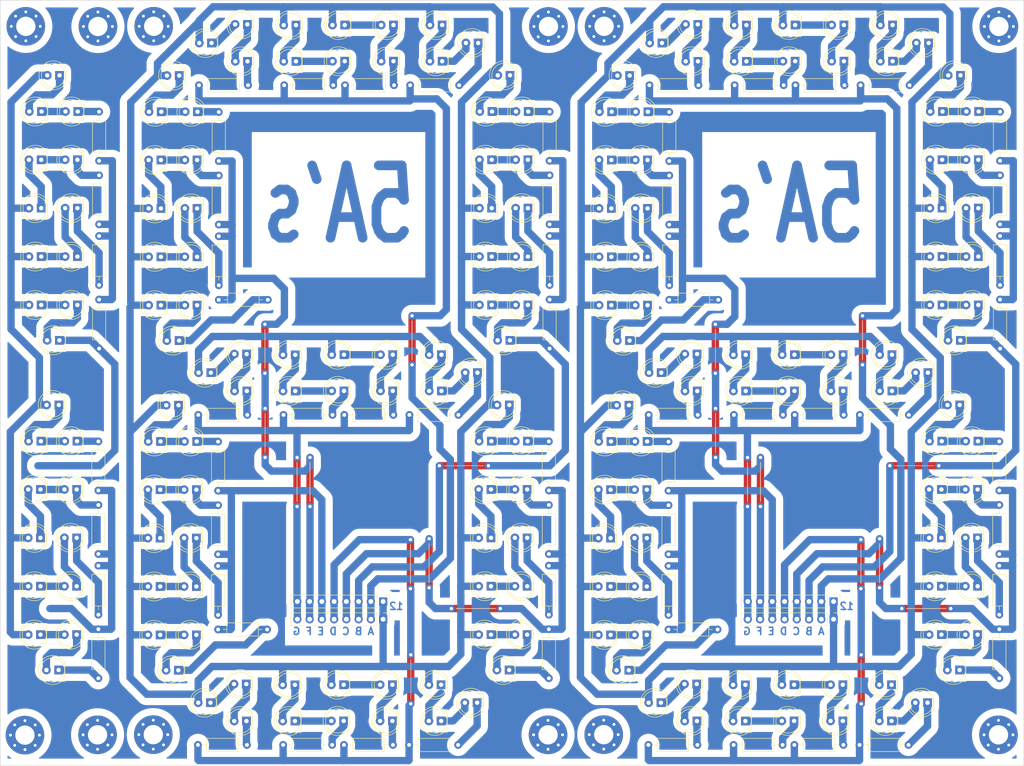
<source format=kicad_pcb>
(kicad_pcb (version 20211014) (generator pcbnew)
  (layers (0 "F.Cu" signal) (31 "B.Cu" signal) (34 "B.Paste" user) (35 "F.Paste" user) (36 "B.SilkS" user "B.Silkscreen") (37 "F.SilkS" user "F.Silkscreen") (38 "B.Mask" user) (39 "F.Mask" user) (44 "Edge.Cuts" user))
  (net 0 "")
  (footprint "LED_THT:LED_D5.0mm" (layer "F.Cu") (at 343.325 82.86 180)
    (fp_text reference "REF**" hide)
    (fp_text value "LED_D5.0mm" hide)
  )
  (footprint "THTJumpers:Jumper_P10.16mm_D0.7mm" (layer "F.Cu") (at 367.78 117.25 90)
    (fp_text reference "REF**" hide)
    (fp_text value "Jumper_P10.16mm_D0.7mm" hide)
  )
  (footprint "Resistor_THT:R_Axial_DIN0207_L6.3mm_D2.5mm_P10.16mm_Horizontal" (layer "F.Cu") (at 444.905 48.66 -90)
    (fp_text reference "REF**" hide)
    (fp_text value "R_Axial_DIN0207_L6.3mm_D2.5mm_P10.16mm_Horizontal" hide)
  )
  (footprint "Resistor_THT:R_Axial_DIN0207_L6.3mm_D2.5mm_P10.16mm_Horizontal" (layer "F.Cu") (at 458.24 166.66)
    (fp_text reference "REF**" hide)
    (fp_text value "R_Axial_DIN0207_L6.3mm_D2.5mm_P10.16mm_Horizontal" hide)
  )
  (footprint "LED_THT:LED_D5.0mm" (layer "F.Cu") (at 347.055 65.5 180)
    (fp_text reference "REF**" hide)
    (fp_text value "LED_D5.0mm" hide)
  )
  (footprint "Resistor_THT:R_Axial_DIN0207_L6.3mm_D2.5mm_P10.16mm_Horizontal" (layer "F.Cu") (at 326.75 48.61 -90)
    (fp_text reference "REF**" hide)
    (fp_text value "R_Axial_DIN0207_L6.3mm_D2.5mm_P10.16mm_Horizontal" hide)
  )
  (footprint "LED_THT:LED_D5.0mm" (layer "F.Cu") (at 480.88 154.19 180)
    (fp_text reference "REF**" hide)
    (fp_text value "LED_D5.0mm" hide)
  )
  (footprint "LED_THT:LED_D5.0mm" (layer "F.Cu") (at 490.98 161.69 180)
    (fp_text reference "REF**" hide)
    (fp_text value "LED_D5.0mm" hide)
  )
  (footprint "LED_THT:LED_D5.0mm" (layer "F.Cu") (at 436.675 82.86 180)
    (fp_text reference "REF**" hide)
    (fp_text value "LED_D5.0mm" hide)
  )
  (footprint "LED_THT:LED_D5.0mm" (layer "F.Cu") (at 346.905 123.795 180)
    (fp_text reference "REF**" hide)
    (fp_text value "LED_D5.0mm" hide)
  )
  (footprint "Resistor_THT:R_Axial_DIN0207_L6.3mm_D2.5mm_P10.16mm_Horizontal" (layer "F.Cu") (at 351.405 116.985 -90)
    (fp_text reference "REF**" hide)
    (fp_text value "R_Axial_DIN0207_L6.3mm_D2.5mm_P10.16mm_Horizontal" hide)
  )
  (footprint "Resistor_THT:R_Axial_DIN0207_L6.3mm_D2.5mm_P10.16mm_Horizontal" (layer "F.Cu") (at 351.555 74.41)
    (fp_text reference "REF**" hide)
    (fp_text value "R_Axial_DIN0207_L6.3mm_D2.5mm_P10.16mm_Horizontal" hide)
  )
  (footprint "LED_THT:LED_D5.0mm" (layer "F.Cu") (at 397.85 24.97 180)
    (fp_text reference "REF**" hide)
    (fp_text value "LED_D5.0mm" hide)
  )
  (footprint "THTJumpers:Jumper_P10.16mm_D0.7mm" (layer "F.Cu") (at 391.61 77.72 -90)
    (fp_text reference "REF**" hide)
    (fp_text value "Jumper_P10.16mm_D0.7mm" hide)
  )
  (footprint "Resistor_THT:R_Axial_DIN0207_L6.3mm_D2.5mm_P10.16mm_Horizontal" (layer "F.Cu") (at 420.11 35.44 -90)
    (fp_text reference "REF**" hide)
    (fp_text value "R_Axial_DIN0207_L6.3mm_D2.5mm_P10.16mm_Horizontal" hide)
  )
  (footprint "LED_THT:LED_D5.0mm" (layer "F.Cu") (at 505.08 151.135 180)
    (fp_text reference "REF**" hide)
    (fp_text value "LED_D5.0mm" hide)
  )
  (footprint "LED_THT:LED_D5.0mm" (layer "F.Cu") (at 377.5 93.295 180)
    (fp_text reference "REF**" hide)
    (fp_text value "LED_D5.0mm" hide)
  )
  (footprint "LED_THT:LED_D5.0mm" (layer "F.Cu") (at 432.905 45.44 180)
    (fp_text reference "REF**" hide)
    (fp_text value "LED_D5.0mm" hide)
  )
  (footprint "LED_THT:LED_D5.0mm" (layer "F.Cu") (at 407.96 143.805 180)
    (fp_text reference "REF**" hide)
    (fp_text value "LED_D5.0mm" hide)
  )
  (footprint "Resistor_THT:R_Axial_DIN0207_L6.3mm_D2.5mm_P10.16mm_Horizontal" (layer "F.Cu") (at 419.96 142.685 -90)
    (fp_text reference "REF**" hide)
    (fp_text value "R_Axial_DIN0207_L6.3mm_D2.5mm_P10.16mm_Horizontal" hide)
  )
  (footprint "Connector_PinHeader_2.54mm:PinHeader_1x08_P2.54mm_Vertical" (layer "F.Cu") (at 385.61 136.94 -90)
    (fp_text reference "REF**" hide)
    (fp_text value "PinHeader_1x08_P2.54mm_Vertical" hide)
  )
  (footprint "LED_THT:LED_D5.0mm" (layer "F.Cu") (at 460.75 93.315 180)
    (fp_text reference "REF**" hide)
    (fp_text value "LED_D5.0mm" hide)
  )
  (footprint "LED_THT:LED_D5.0mm" (layer "F.Cu") (at 322.175 103.715 180)
    (fp_text reference "REF**" hide)
    (fp_text value "LED_D5.0mm" hide)
  )
  (footprint "LED_THT:LED_D5.0mm" (layer "F.Cu") (at 415.685 35.39 180)
    (fp_text reference "REF**" hide)
    (fp_text value "LED_D5.0mm" hide)
  )
  (footprint "Resistor_THT:R_Axial_DIN0207_L6.3mm_D2.5mm_P10.16mm_Horizontal" (layer "F.Cu") (at 351.555 61.24 -90)
    (fp_text reference "REF**" hide)
    (fp_text value "R_Axial_DIN0207_L6.3mm_D2.5mm_P10.16mm_Horizontal" hide)
  )
  (footprint "LED_THT:LED_D5.0mm" (layer "F.Cu") (at 357.29 161.71 180)
    (fp_text reference "REF**" hide)
    (fp_text value "LED_D5.0mm" hide)
  )
  (footprint "LED_THT:LED_D5.0mm" (layer "F.Cu") (at 407.96 113.715 180)
    (fp_text reference "REF**" hide)
    (fp_text value "LED_D5.0mm" hide)
  )
  (footprint "LED_THT:LED_D5.0mm" (layer "F.Cu") (at 440.255 143.855 180)
    (fp_text reference "REF**" hide)
    (fp_text value "LED_D5.0mm" hide)
  )
  (footprint "LED_THT:LED_D5.0mm" (layer "F.Cu") (at 470.85 93.295 180)
    (fp_text reference "REF**" hide)
    (fp_text value "LED_D5.0mm" hide)
  )
  (footprint "THTJumpers:Jumper_P10.16mm_D0.7mm" (layer "F.Cu") (at 484.69 158.14 90)
    (fp_text reference "REF**" hide)
    (fp_text value "Jumper_P10.16mm_D0.7mm" hide)
  )
  (footprint "LED_THT:LED_D5.0mm" (layer "F.Cu") (at 450.86 24.99 180)
    (fp_text reference "REF**" hide)
    (fp_text value "LED_D5.0mm" hide)
  )
  (footprint "LED_THT:LED_D5.0mm" (layer "F.Cu") (at 470.85 85.795 180)
    (fp_text reference "REF**" hide)
    (fp_text value "LED_D5.0mm" hide)
  )
  (footprint "MountingHole:MountingHole_4mm_Pad_Via" (layer "F.Cu") (at 311.38 164.63)
    (fp_text reference "REF**" hide)
    (fp_text value "MountingHole_4mm_Pad_Via" hide)
  )
  (footprint "LED_THT:LED_D5.0mm" (layer "F.Cu") (at 357.25 154.05 180)
    (fp_text reference "REF**" hide)
    (fp_text value "LED_D5.0mm" hide)
  )
  (footprint "THTJumpers:Jumper_P10.16mm_D0.7mm" (layer "F.Cu") (at 461.13 117.25 90)
    (fp_text reference "REF**" hide)
    (fp_text value "Jumper_P10.16mm_D0.7mm" hide)
  )
  (footprint "LED_THT:LED_D5.0mm" (layer "F.Cu") (at 339.48 103.765 180)
    (fp_text reference "REF**" hide)
    (fp_text value "LED_D5.0mm" hide)
  )
  (footprint "Resistor_THT:R_Axial_DIN0207_L6.3mm_D2.5mm_P10.16mm_Horizontal" (layer "F.Cu") (at 420.11 48.61 -90)
    (fp_text reference "REF**" hide)
    (fp_text value "R_Axial_DIN0207_L6.3mm_D2.5mm_P10.16mm_Horizontal" hide)
  )
  (footprint "THTJumpers:Jumper_P10.16mm_D0.7mm" (layer "F.Cu") (at 493.1 138.4)
    (fp_text reference "REF**" hide)
    (fp_text value "Jumper_P10.16mm_D0.7mm" hide)
  )
  (footprint "Resistor_THT:R_Axial_DIN0207_L6.3mm_D2.5mm_P10.16mm_Horizontal" (layer "F.Cu") (at 513.46 61.19 -90)
    (fp_text reference "REF**" hide)
    (fp_text value "R_Axial_DIN0207_L6.3mm_D2.5mm_P10.16mm_Horizontal" hide)
  )
  (footprint "Resistor_THT:R_Axial_DIN0207_L6.3mm_D2.5mm_P10.16mm_Horizontal" (layer "F.Cu") (at 351.555 35.49 -90)
    (fp_text reference "REF**" hide)
    (fp_text value "R_Axial_DIN0207_L6.3mm_D2.5mm_P10.16mm_Horizontal" hide)
  )
  (footprint "THTJumpers:Jumper_P10.16mm_D0.7mm" (layer "F.Cu") (at 490.62 108.8)
    (fp_text reference "REF**" hide)
    (fp_text value "Jumper_P10.16mm_D0.7mm" hide)
  )
  (footprint "LED_THT:LED_D5.0mm" (layer "F.Cu") (at 415.61 55.42 180)
    (fp_text reference "REF**" hide)
    (fp_text value "LED_D5.0mm" hide)
  )
  (footprint "Resistor_THT:R_Axial_DIN0207_L6.3mm_D2.5mm_P10.16mm_Horizontal" (layer "F.Cu") (at 494.5 166.66 180)
    (fp_text reference "REF**" hide)
    (fp_text value "R_Axial_DIN0207_L6.3mm_D2.5mm_P10.16mm_Horizontal" hide)
  )
  (footprint "LED_THT:LED_D5.0mm" (layer "F.Cu") (at 460.68 154.21 180)
    (fp_text reference "REF**" hide)
    (fp_text value "LED_D5.0mm" hide)
  )
  (footprint "THTJumpers:Jumper_P10.16mm_D0.7mm" (layer "F.Cu") (at 395.14 123.93 -90)
    (fp_text reference "REF**" hide)
    (fp_text value "Jumper_P10.16mm_D0.7mm" hide)
  )
  (footprint "LED_THT:LED_D5.0mm" (layer "F.Cu") (at 498.44 157.91 180)
    (fp_text reference "REF**" hide)
    (fp_text value "LED_D5.0mm" hide)
  )
  (footprint "LED_THT:LED_D5.0mm" (layer "F.Cu") (at 318.52 82.81 180)
    (fp_text reference "REF**" hide)
    (fp_text value "LED_D5.0mm" hide)
  )
  (footprint "LED_THT:LED_D5.0mm" (layer "F.Cu") (at 415.46 123.745 180)
    (fp_text reference "REF**" hide)
    (fp_text value "LED_D5.0mm" hide)
  )
  (footprint "Resistor_THT:R_Axial_DIN0207_L6.3mm_D2.5mm_P10.16mm_Horizontal" (layer "F.Cu") (at 377.71 29.94)
    (fp_text reference "REF**" hide)
    (fp_text value "R_Axial_DIN0207_L6.3mm_D2.5mm_P10.16mm_Horizontal" hide)
  )
  (footprint "LED_THT:LED_D5.0mm" (layer "F.Cu") (at 411.76 96.215 180)
    (fp_text reference "REF**" hide)
    (fp_text value "LED_D5.0mm" hide)
  )
  (footprint "Connector_PinHeader_2.54mm:PinHeader_1x08_P2.54mm_Vertical" (layer "F.Cu") (at 478.965 140.62 -90)
    (fp_text reference "REF**" hide)
    (fp_text value "PinHeader_1x08_P2.54mm_Vertical" hide)
  )
  (footprint "THTJumpers:Jumper_P10.16mm_D0.7mm" (layer "F.Cu") (at 454.46 89.64 90)
    (fp_text reference "REF**" hide)
    (fp_text value "Jumper_P10.16mm_D0.7mm" hide)
  )
  (footprint "LED_THT:LED_D5.0mm" (layer "F.Cu") (at 440.255 113.765 180)
    (fp_text reference "REF**" hide)
    (fp_text value "LED_D5.0mm" hide)
  )
  (footprint "Resistor_THT:R_Axial_DIN0207_L6.3mm_D2.5mm_P10.16mm_Horizontal" (layer "F.Cu") (at 444.755 129.565 -90)
    (fp_text reference "REF**" hide)
    (fp_text value "R_Axial_DIN0207_L6.3mm_D2.5mm_P10.16mm_Horizontal" hide)
  )
  (footprint "LED_THT:LED_D5.0mm" (layer "F.Cu") (at 322.1 143.805 180)
    (fp_text reference "REF**" hide)
    (fp_text value "LED_D5.0mm" hide)
  )
  (footprint "LED_THT:LED_D5.0mm" (layer "F.Cu") (at 322.25 75.48 180)
    (fp_text reference "REF**" hide)
    (fp_text value "LED_D5.0mm" hide)
  )
  (footprint "MountingHole:MountingHole_4mm_Pad_Via" (layer "F.Cu") (at 311.56 17.74)
    (fp_text reference "REF**" hide)
    (fp_text value "MountingHole_4mm_Pad_Via" hide)
  )
  (footprint "MountingHole:MountingHole_4mm_Pad_Via" (layer "F.Cu") (at 326.43 164.57)
    (fp_text reference "REF**" hide)
    (fp_text value "MountingHole_4mm_Pad_Via" hide)
  )
  (footprint "THTJumpers:Jumper_P10.16mm_D0.7mm" (layer "F.Cu") (at 391.27 134.28 90)
    (fp_text reference "REF**" hide)
    (fp_text value "Jumper_P10.16mm_D0.7mm" hide)
  )
  (footprint "Resistor_THT:R_Axial_DIN0207_L6.3mm_D2.5mm_P10.16mm_Horizontal" (layer "F.Cu") (at 471.06 29.94)
    (fp_text reference "REF**" hide)
    (fp_text value "R_Axial_DIN0207_L6.3mm_D2.5mm_P10.16mm_Horizontal" hide)
  )
  (footprint "LED_THT:LED_D5.0mm" (layer "F.Cu") (at 432.98 35.44 180)
    (fp_text reference "REF**" hide)
    (fp_text value "LED_D5.0mm" hide)
  )
  (footprint "LED_THT:LED_D5.0mm" (layer "F.Cu") (at 436.555 96.265 180)
    (fp_text reference "REF**" hide)
    (fp_text value "LED_D5.0mm" hide)
  )
  (footprint "Resistor_THT:R_Axial_DIN0207_L6.3mm_D2.5mm_P10.16mm_Horizontal" (layer "F.Cu") (at 419.96 103.765 -90)
    (fp_text reference "REF**" hide)
    (fp_text value "R_Axial_DIN0207_L6.3mm_D2.5mm_P10.16mm_Horizontal" hide)
  )
  (footprint "LED_THT:LED_D5.0mm" (layer "F.Cu") (at 501.31 113.715 180)
    (fp_text reference "REF**" hide)
    (fp_text value "LED_D5.0mm" hide)
  )
  (footprint "LED_THT:LED_D5.0mm" (layer "F.Cu") (at 408.11 45.39 180)
    (fp_text reference "REF**" hide)
    (fp_text value "LED_D5.0mm" hide)
  )
  (footprint "LED_THT:LED_D5.0mm" (layer "F.Cu") (at 440.33 103.765 180)
    (fp_text reference "REF**" hide)
    (fp_text value "LED_D5.0mm" hide)
  )
  (footprint "Resistor_THT:R_Axial_DIN0207_L6.3mm_D2.5mm_P10.16mm_Horizontal" (layer "F.Cu") (at 458.46 29.94)
    (fp_text reference "REF**" hide)
    (fp_text value "R_Axial_DIN0207_L6.3mm_D2.5mm_P10.16mm_Horizontal" hide)
  )
  (footprint "Resistor_THT:R_Axial_DIN0207_L6.3mm_D2.5mm_P10.16mm_Horizontal" (layer "F.Cu") (at 326.6 116.935 -90)
    (fp_text reference "REF**" hide)
    (fp_text value "R_Axial_DIN0207_L6.3mm_D2.5mm_P10.16mm_Horizontal" hide)
  )
  (footprint "LED_THT:LED_D5.0mm" (layer "F.Cu") (at 505.11 96.215 180)
    (fp_text reference "REF**" hide)
    (fp_text value "LED_D5.0mm" hide)
  )
  (footprint "Resistor_THT:R_Axial_DIN0207_L6.3mm_D2.5mm_P10.16mm_Horizontal" (layer "F.Cu") (at 326.6 142.685 -90)
    (fp_text reference "REF**" hide)
    (fp_text value "R_Axial_DIN0207_L6.3mm_D2.5mm_P10.16mm_Horizontal" hide)
  )
  (footprint "Resistor_THT:R_Axial_DIN0207_L6.3mm_D2.5mm_P10.16mm_Horizontal" (layer "F.Cu") (at 347.23 166.66)
    (fp_text reference "REF**" hide)
    (fp_text value "R_Axial_DIN0207_L6.3mm_D2.5mm_P10.16mm_Horizontal" hide)
  )
  (footprint "LED_THT:LED_D5.0mm" (layer "F.Cu") (at 415.61 45.39 180)
    (fp_text reference "REF**" hide)
    (fp_text value "LED_D5.0mm" hide)
  )
  (footprint "MountingHole:MountingHole_4mm_Pad_Via" (layer "F.Cu") (at 431.33 164.53)
    (fp_text reference "REF**" hide)
    (fp_text value "MountingHole_4mm_Pad_Via" hide)
  )
  (footprint "LED_THT:LED_D5.0mm" (layer "F.Cu") (at 407.96 133.775 180)
    (fp_text reference "REF**" hide)
    (fp_text value "LED_D5.0mm" hide)
  )
  (footprint "THTJumpers:Jumper_P10.16mm_D0.7mm" (layer "F.Cu") (at 488.49 123.93 -90)
    (fp_text reference "REF**" hide)
    (fp_text value "Jumper_P10.16mm_D0.7mm" hide)
  )
  (footprint "THTJumpers:Jumper_P10.16mm_D0.7mm" (layer "F.Cu") (at 391.34 158.14 90)
    (fp_text reference "REF**" hide)
    (fp_text value "Jumper_P10.16mm_D0.7mm" hide)
  )
  (footprint "LED_THT:LED_D5.0mm" (layer "F.Cu") (at 508.81 133.775 180)
    (fp_text reference "REF**" hide)
    (fp_text value "LED_D5.0mm" hide)
  )
  (footprint "LED_THT:LED_D5.0mm" (layer "F.Cu") (at 350.05 21.19 180)
    (fp_text reference "REF**" hide)
    (fp_text value "LED_D5.0mm" hide)
  )
  (footprint "THTJumpers:Jumper_P10.16mm_D0.7mm" (layer "F.Cu") (at 399.75 138.4)
    (fp_text reference "REF**" hide)
    (fp_text value "Jumper_P10.16mm_D0.7mm" hide)
  )
  (footprint "Resistor_THT:R_Axial_DIN0207_L6.3mm_D2.5mm_P10.16mm_Horizontal" (layer "F.Cu") (at 513.46 74.36 -90)
    (fp_text reference "REF**" hide)
    (fp_text value "R_Axial_DIN0207_L6.3mm_D2.5mm_P10.16mm_Horizontal" hide)
  )
  (footprint "LED_THT:LED_D5.0mm" (layer "F.Cu") (at 347.055 55.47 180)
    (fp_text reference "REF**" hide)
    (fp_text value "LED_D5.0mm" hide)
  )
  (footprint "LED_THT:LED_D5.0mm" (layer "F.Cu") (at 471 17.47 180)
    (fp_text reference "REF**" hide)
    (fp_text value "LED_D5.0mm" hide)
  )
  (footprint "LED_THT:LED_D5.0mm" (layer "F.Cu") (at 415.46 113.715 180)
    (fp_text reference "REF**" hide)
    (fp_text value "LED_D5.0mm" hide)
  )
  (footprint "MountingHole:MountingHole_4mm_Pad_Via" (layer "F.Cu") (at 338.06 17.73)
    (fp_text reference "REF**" hide)
    (fp_text value "MountingHole_4mm_Pad_Via" hide)
  )
  (footprint "LED_THT:LED_D5.0mm" (layer "F.Cu") (at 508.96 65.45 180)
    (fp_text reference "REF**" hide)
    (fp_text value "LED_D5.0mm" hide)
  )
  (footprint "Resistor_THT:R_Axial_DIN0207_L6.3mm_D2.5mm_P10.16mm_Horizontal" (layer "F.Cu") (at 420.11 74.36 -90)
    (fp_text reference "REF**" hide)
    (fp_text value "R_Axial_DIN0207_L6.3mm_D2.5mm_P10.16mm_Horizontal" hide)
  )
  (footprint "LED_THT:LED_D5.0mm" (layer "F.Cu") (at 357.36 93.315 180)
    (fp_text reference "REF**" hide)
    (fp_text value "LED_D5.0mm" hide)
  )
  (footprint "LED_THT:LED_D5.0mm" (layer "F.Cu") (at 432.905 65.5 180)
    (fp_text reference "REF**" hide)
    (fp_text value "LED_D5.0mm" hide)
  )
  (footprint "LED_THT:LED_D5.0mm" (layer "F.Cu") (at 407.96 123.745 180)
    (fp_text reference "REF**" hide)
    (fp_text value "LED_D5.0mm" hide)
  )
  (footprint "Resistor_THT:R_Axial_DIN0207_L6.3mm_D2.5mm_P10.16mm_Horizontal" (layer "F.Cu") (at 444.905 35.49 -90)
    (fp_text reference "REF**" hide)
    (fp_text value "R_Axial_DIN0207_L6.3mm_D2.5mm_P10.16mm_Horizontal" hide)
  )
  (footprint "MountingHole:MountingHole_4mm_Pad_Via" (layer "F.Cu") (at 513.14 164.57)
    (fp_text reference "REF**" hide)
    (fp_text value "MountingHole_4mm_Pad_Via" hide)
  )
  (footprint "Resistor_THT:R_Axial_DIN0207_L6.3mm_D2.5mm_P10.16mm_Horizontal" (layer "F.Cu") (at 513.31 116.935 -90)
    (fp_text reference "REF**" hide)
    (fp_text value "R_Axial_DIN0207_L6.3mm_D2.5mm_P10.16mm_Horizontal" hide)
  )
  (footprint "LED_THT:LED_D5.0mm" (layer "F.Cu") (at 397.7 93.295 180)
    (fp_text reference "REF**" hide)
    (fp_text value "LED_D5.0mm" hide)
  )
  (footprint "LED_THT:LED_D5.0mm" (layer "F.Cu") (at 501.46 45.39 180)
    (fp_text reference "REF**" hide)
    (fp_text value "LED_D5.0mm" hide)
  )
  (footprint "Resistor_THT:R_Axial_DIN0207_L6.3mm_D2.5mm_P10.16mm_Horizontal" (layer "F.Cu") (at 444.755 142.735)
    (fp_text reference "REF**" hide)
    (fp_text value "R_Axial_DIN0207_L6.3mm_D2.5mm_P10.16mm_Horizontal" hide)
  )
  (footprint "LED_THT:LED_D5.0mm" (layer "F.Cu") (at 314.6 123.745 180)
    (fp_text reference "REF**" hide)
    (fp_text value "LED_D5.0mm" hide)
  )
  (footprint "LED_THT:LED_D5.0mm" (layer "F.Cu") (at 450.6 154.05 180)
    (fp_text reference "REF**" hide)
    (fp_text value "LED_D5.0mm" hide)
  )
  (footprint "Resistor_THT:R_Axial_DIN0207_L6.3mm_D2.5mm_P10.16mm_Horizontal" (layer "F.Cu") (at 513.46 35.44 -90)
    (fp_text reference "REF**" hide)
    (fp_text value "R_Axial_DIN0207_L6.3mm_D2.5mm_P10.16mm_Horizontal" hide)
  )
  (footprint "Resistor_THT:R_Axial_DIN0207_L6.3mm_D2.5mm_P10.16mm_Horizontal" (layer "F.Cu") (at 470.91 98.265)
    (fp_text reference "REF**" hide)
    (fp_text value "R_Axial_DIN0207_L6.3mm_D2.5mm_P10.16mm_Horizontal" hide)
  )
  (footprint "LED_THT:LED_D5.0mm" (layer "F.Cu") (at 498.51 89.515 180)
    (fp_text reference "REF**" hide)
    (fp_text value "LED_D5.0mm" hide)
  )
  (footprint "Resistor_THT:R_Axial_DIN0207_L6.3mm_D2.5mm_P10.16mm_Horizontal" (layer "F.Cu") (at 377.56 98.265)
    (fp_text reference "REF**" hide)
    (fp_text value "R_Axial_DIN0207_L6.3mm_D2.5mm_P10.16mm_Horizontal" hide)
  )
  (footprint "LED_THT:LED_D5.0mm" (layer "F.Cu") (at 450.82 17.33 180)
    (fp_text reference "REF**" hide)
    (fp_text value "LED_D5.0mm" hide)
  )
  (footprint "LED_THT:LED_D5.0mm" (layer "F.Cu") (at 480.95 85.795 180)
    (fp_text reference "REF**" hide)
    (fp_text value "LED_D5.0mm" hide)
  )
  (footprint "Resistor_THT:R_Axial_DIN0207_L6.3mm_D2.5mm_P10.16mm_Horizontal" (layer "F.Cu") (at 470.84 166.66)
    (fp_text reference "REF**" hide)
    (fp_text value "R_Axial_DIN0207_L6.3mm_D2.5mm_P10.16mm_Horizontal" hide)
  )
  (footprint "Resistor_THT:R_Axial_DIN0207_L6.3mm_D2.5mm_P10.16mm_Horizontal" (layer "F.Cu") (at 513.31 129.515 -90)
    (fp_text reference "REF**" hide)
    (fp_text value "R_Axial_DIN0207_L6.3mm_D2.5mm_P10.16mm_Horizontal" hide)
  )
  (footprint "LED_THT:LED_D5.0mm" (layer "F.Cu") (at 405.16 89.515 180)
    (fp_text reference "REF**" hide)
    (fp_text value "LED_D5.0mm" hide)
  )
  (footprint "Resistor_THT:R_Axial_DIN0207_L6.3mm_D2.5mm_P10.16mm_Horizontal" (layer "F.Cu") (at 419.96 129.515 -90)
    (fp_text reference "REF**" hide)
    (fp_text value "R_Axial_DIN0207_L6.3mm_D2.5mm_P10.16mm_Horizontal" hide)
  )
  (footprint "LED_THT:LED_D5.0mm" (layer "F.Cu") (at 411.88 82.81 180)
    (fp_text reference "REF**" hide)
    (fp_text value "LED_D5.0mm" hide)
  )
  (footprint "LED_THT:LED_D5.0mm" (layer "F.Cu") (at 440.255 123.795 180)
    (fp_text reference "REF**" hide)
    (fp_text value "LED_D5.0mm" hide)
  )
  (footprint "LED_THT:LED_D5.0mm" (layer "F.Cu") (at 470.78 154.19 180)
    (fp_text reference "REF**" hide)
    (fp_text value "LED_D5.0mm" hide)
  )
  (footprint "LED_THT:LED_D5.0mm" (layer "F.Cu") (at 397.85 17.47 180)
    (fp_text reference "REF**" hide)
    (fp_text value "LED_D5.0mm" hide)
  )
  (footprint "LED_THT:LED_D5.0mm" (layer "F.Cu") (at 432.755 113.765 180)
    (fp_text reference "REF**" hide)
    (fp_text value "LED_D5.0mm" hide)
  )
  (footprint "Resistor_THT:R_Axial_DIN0207_L6.3mm_D2.5mm_P10.16mm_Horizontal" (layer "F.Cu") (at 494.72 29.94 180)
    (fp_text reference "REF**" hide)
    (fp_text value "R_Axial_DIN0207_L6.3mm_D2.5mm_P10.16mm_Horizontal" hide)
  )
  (footprint "LED_THT:LED_D5.0mm" (layer "F.Cu") (at 367.33 154.21 180)
    (fp_text reference "REF**" hide)
    (fp_text value "LED_D5.0mm" hide)
  )
  (footprint "LED_THT:LED_D5.0mm" (layer "F.Cu") (at 436.705 27.94 180)
    (fp_text reference "REF**" hide)
    (fp_text value "LED_D5.0mm" hide)
  )
  (footprint "LED_THT:LED_D5.0mm" (layer "F.Cu") (at 314.75 65.45 180)
    (fp_text reference "REF**" hide)
    (fp_text value "LED_D5.0mm" hide)
  )
  (footprint "Resistor_THT:R_Axial_DIN0207_L6.3mm_D2.5mm_P10.16mm_Horizontal" (layer "F.Cu") (at 326.6 129.515 -90)
    (fp_text reference "REF**" hide)
    (fp_text value "R_Axial_DIN0207_L6.3mm_D2.5mm_P10.16mm_Horizontal" hide)
  )
  (footprint "LED_THT:LED_D5.0mm" (layer "F.Cu") (at 367.55 17.49 180)
    (fp_text reference "REF**" hide)
    (fp_text value "LED_D5.0mm" hide)
  )
  (footprint "LED_THT:LED_D5.0mm" (layer "F.Cu") (at 377.43 161.69 180)
    (fp_text reference "REF**" hide)
    (fp_text value "LED_D5.0mm" hide)
  )
  (footprint "THTJumpers:Jumper_P10.16mm_D0.7mm" (layer "F.Cu") (at 361.11 89.64 90)
    (fp_text reference "REF**" hide)
    (fp_text value "Jumper_P10.16mm_D0.7mm" hide)
  )
  (footprint "LED_THT:LED_D5.0mm" (layer "F.Cu") (at 408.185 35.39 180)
    (fp_text reference "REF**" hide)
    (fp_text value "LED_D5.0mm" hide)
  )
  (footprint "LED_THT:LED_D5.0mm" (layer "F.Cu") (at 387.6 85.795 180)
    (fp_text reference "REF**" hide)
    (fp_text value "LED_D5.0mm" hide)
  )
  (footprint "Resistor_THT:R_Axial_DIN0207_L6.3mm_D2.5mm_P10.16mm_Horizontal" (layer "F.Cu") (at 458.31 98.265)
    (fp_text reference "REF**" hide)
    (fp_text value "R_Axial_DIN0207_L6.3mm_D2.5mm_P10.16mm_Horizontal" hide)
  )
  (footprint "LED_THT:LED_D5.0mm" (layer "F.Cu") (at 450.67 85.655 180)
    (fp_text reference "REF**" hide)
    (fp_text value "LED_D5.0mm" hide)
  )
  (footprint "Resistor_THT:R_Axial_DIN0207_L6.3mm_D2.5mm_P10.16mm_Horizontal" (layer "F.Cu") (at 444.905 61.24 -90)
    (fp_text reference "REF**" hide)
    (fp_text value "R_Axial_DIN0207_L6.3mm_D2.5mm_P10.16mm_Horizontal" hide)
  )
  (footprint "LED_THT:LED_D5.0mm" (layer "F.Cu") (at 405.09 157.91 180)
    (fp_text reference "REF**" hide)
    (fp_text value "LED_D5.0mm" hide)
  )
  (footprint "Resistor_THT:R_Axial_DIN0207_L6.3mm_D2.5mm_P10.16mm_Horizontal" (layer "F.Cu") (at 494.57 98.265 180)
    (fp_text reference "REF**" hide)
    (fp_text value "R_Axial_DIN0207_L6.3mm_D2.5mm_P10.16mm_Horizontal" hide)
  )
  (footprint "LED_THT:LED_D5.0mm" (layer "F.Cu") (at 408.11 75.48 180)
    (fp_text reference "REF**" hide)
    (fp_text value "LED_D5.0mm" hide)
  )
  (footprint "Resistor_THT:R_Axial_DIN0207_L6.3mm_D2.5mm_P10.16mm_Horizontal" (layer "F.Cu") (at 364.96 98.265)
    (fp_text reference "REF**" hide)
    (fp_text value "R_Axial_DIN0207_L6.3mm_D2.5mm_P10.16mm_Horizontal" hide)
  )
  (footprint "LED_THT:LED_D5.0mm" (layer "F.Cu") (at 440.255 133.825 180)
    (fp_text reference "REF**" hide)
    (fp_text value "LED_D5.0mm" hide)
  )
  (footprint "LED_THT:LED_D5.0mm" (layer "F.Cu") (at 397.63 154.19 180)
    (fp_text reference "REF**" hide)
    (fp_text value "LED_D5.0mm" hide)
  )
  (footprint "LED_THT:LED_D5.0mm" (layer "F.Cu") (at 322.325 35.39 180)
    (fp_text reference "REF**" hide)
    (fp_text value "LED_D5.0mm" hide)
  )
  (footprint "MountingHole:MountingHole_4mm_Pad_Via" (layer "F.Cu") (at 337.98 164.53)
    (fp_text reference "REF**" hide)
    (fp_text value "MountingHole_4mm_Pad_Via" hide)
  )
  (footprint "LED_THT:LED_D5.0mm" (layer "F.Cu") (at 357.47 17.33 180)
    (fp_text reference "REF**" hide)
    (fp_text value "LED_D5.0mm" hide)
  )
  (footprint "LED_THT:LED_D5.0mm" (layer "F.Cu") (at 346.98 103.765 180)
    (fp_text reference "REF**" hide)
    (fp_text value "LED_D5.0mm" hide)
  )
  (footprint "LED_THT:LED_D5.0mm" (layer "F.Cu") (at 349.83 157.91 180)
    (fp_text reference "REF**" hide)
    (fp_text value "LED_D5.0mm" hide)
  )
  (footprint "LED_THT:LED_D5.0mm" (layer "F.Cu") (at 491.05 85.795 180)
    (fp_text reference "REF**" hide)
    (fp_text value "LED_D5.0mm" hide)
  )
  (footprint "THTJumpers:Jumper_P10.16mm_D0.7mm" (layer "F.Cu") (at 484.96 77.72 -90)
    (fp_text reference "REF**" hide)
    (fp_text value "Jumper_P10.16mm_D0.7mm" hide)
  )
  (footprint "LED_THT:LED_D5.0mm" (layer "F.Cu") (at 408.11 65.45 180)
    (fp_text reference "REF**" hide)
    (fp_text value "LED_D5.0mm" hide)
  )
  (footprint "LED_THT:LED_D5.0mm" (layer "F.Cu") (at 432.755 133.825 180)
    (fp_text reference "REF**" hide)
    (fp_text value "LED_D5.0mm" hide)
  )
  (footprint "LED_THT:LED_D5.0mm" (layer "F.Cu") (at 415.46 133.775 180)
    (fp_text reference "REF**" hide)
    (fp_text value "LED_D5.0mm" hide)
  )
  (footprint "Resistor_THT:R_Axial_DIN0207_L6.3mm_D2.5mm_P10.16mm_Horizontal" (layer "F.Cu") (at 444.905 74.41)
    (fp_text reference "REF**" hide)
    (fp_text value "R_Axial_DIN0207_L6.3mm_D2.5mm_P10.16mm_Horizontal" hide)
  )
  (footprint "Connector_PinHeader_2.54mm:PinHeader_1x08_P2.54mm_Vertical" (layer "F.Cu") (at 385.615 140.62 -90)
    (fp_text reference "REF**" hide)
    (fp_text value "PinHeader_1x08_P2.54mm_Vertical" hide)
  )
  (footprint "THTJumpers:Jumper_P10.16mm_D0.7mm" (layer "F.Cu") (at 463.81 117.25 90)
    (fp_text reference "REF**" hide)
    (fp_text value "Jumper_P10.16mm_D0.7mm" hide)
  )
  (footprint "LED_THT:LED_D5.0mm" (layer "F.Cu") (at 339.555 75.53 180)
    (fp_text reference "REF**" hide)
    (fp_text value "LED_D5.0mm" hide)
  )
  (footprint "LED_THT:LED_D5.0mm" (layer "F.Cu") (at 443.18 157.91 180)
    (fp_text reference "REF**" hide)
    (fp_text value "LED_D5.0mm" hide)
  )
  (footprint "Resistor_THT:R_Axial_DIN0207_L6.3mm_D2.5mm_P10.16mm_Horizontal" (layer "F.Cu") (at 365.11 29.94)
    (fp_text reference "REF**" hide)
    (fp_text value "R_Axial_DIN0207_L6.3mm_D2.5mm_P10.16mm_Horizontal" hide)
  )
  (footprint "LED_THT:LED_D5.0mm" (layer "F.Cu") (at 322.25 45.39 180)
    (fp_text reference "REF**" hide)
    (fp_text value "LED_D5.0mm" hide)
  )
  (footprint "LED_THT:LED_D5.0mm" (layer "F.Cu") (at 314.75 45.39 180)
    (fp_text reference "REF**" hide)
    (fp_text value "LED_D5.0mm" hide)
  )
  (footprint "LED_THT:LED_D5.0mm" (layer "F.Cu") (at 432.755 123.795 180)
    (fp_text reference "REF**" hide)
    (fp_text value "LED_D5.0mm" hide)
  )
  (footprint "LED_THT:LED_D5.0mm" (layer "F.Cu") (at 450.64 161.71 180)
    (fp_text reference "REF**" hide)
    (fp_text value "LED_D5.0mm" hide)
  )
  (footprint "Resistor_THT:R_Axial_DIN0207_L6.3mm_D2.5mm_P10.16mm_Horizontal" (layer "F.Cu") (at 351.555 48.66 -90)
    (fp_text reference "REF**" hide)
    (fp_text value "R_Axial_DIN0207_L6.3mm_D2.5mm_P10.16mm_Horizontal" hide)
  )
  (footprint "LED_THT:LED_D5.0mm" (layer "F.Cu") (at 440.405 75.53 180)
    (fp_text reference "REF**" hide)
    (fp_text value "LED_D5.0mm" hide)
  )
  (footprint "LED_THT:LED_D5.0mm" (layer "F.Cu") (at 460.9 24.99 180)
    (fp_text reference "REF**" hide)
    (fp_text value "LED_D5.0mm" hide)
  )
  (footprint "THTJumpers:Jumper_P10.16mm_D0.7mm" (layer "F.Cu") (at 454.51 107.09 90)
    (fp_text reference "REF**" hide)
    (fp_text value "Jumper_P10.16mm_D0.7mm" hide)
  )
  (footprint "LED_THT:LED_D5.0mm" (layer "F.Cu") (at 508.81 123.745 180)
    (fp_text reference "REF**" hide)
    (fp_text value "LED_D5.0mm" hide)
  )
  (footprint "LED_THT:LED_D5.0mm" (layer "F.Cu") (at 322.1 123.745 180)
    (fp_text reference "REF**" hide)
    (fp_text value "LED_D5.0mm" hide)
  )
  (footprint "LED_THT:LED_D5.0mm" (layer "F.Cu") (at 343.175 151.185 180)
    (fp_text reference "REF**" hide)
    (fp_text value "LED_D5.0mm" hide)
  )
  (footprint "LED_THT:LED_D5.0mm" (layer "F.Cu") (at 339.405 133.825 180)
    (fp_text reference "REF**" hide)
    (fp_text value "LED_D5.0mm" hide)
  )
  (footprint "LED_THT:LED_D5.0mm" (layer "F.Cu") (at 322.1 113.715 180)
    (fp_text reference "REF**" hide)
    (fp_text value "LED_D5.0mm" hide)
  )
  (footprint "LED_THT:LED_D5.0mm" (layer "F.Cu") (at 339.555 45.44 180)
    (fp_text reference "REF**" hide)
    (fp_text value "LED_D5.0mm" hide)
  )
  (footprint "LED_THT:LED_D5.0mm" (layer "F.Cu") (at 339.405 113.765 180)
    (fp_text reference "REF**" hide)
    (fp_text value "LED_D5.0mm" hide)
  )
  (footprint "LED_THT:LED_D5.0mm" (layer "F.Cu") (at 343.205 96.265 180)
    (fp_text reference "REF**" hide)
    (fp_text value "LED_D5.0mm" hide)
  )
  (footprint "Resistor_THT:R_Axial_DIN0207_L6.3mm_D2.5mm_P10.16mm_Horizontal" (layer "F.Cu") (at 326.75 61.19 -90)
    (fp_text reference "REF**" hide)
    (fp_text value "R_Axial_DIN0207_L6.3mm_D2.5mm_P10.16mm_Horizontal" hide)
  )
  (footprint "Resistor_THT:R_Axial_DIN0207_L6.3mm_D2.5mm_P10.16mm_Horizontal" (layer "F.Cu") (at 419.96 116.935 -90)
    (fp_text reference "REF**" hide)
    (fp_text value "R_Axial_DIN0207_L6.3mm_D2.5mm_P10.16mm_Horizontal" hide)
  )
  (footprint "LED_THT:LED_D5.0mm" (layer "F.Cu") (at 491.2 17.47 180)
    (fp_text reference "REF**" hide)
    (fp_text value "LED_D5.0mm" hide)
  )
  (footprint "Resistor_THT:R_Axial_DIN0207_L6.3mm_D2.5mm_P10.16mm_Horizontal" (layer "F.Cu") (at 326.75 35.44 -90)
    (fp_text reference "REF**" hide)
    (fp_text value "R_Axial_DIN0207_L6.3mm_D2.5mm_P10.16mm_Horizontal" hide)
  )
  (footprint "LED_THT:LED_D5.0mm" (layer "F.Cu") (at 501.46 75.48 180)
    (fp_text reference "REF**" hide)
    (fp_text value "LED_D5.0mm" hide)
  )
  (footprint "LED_THT:LED_D5.0mm" (layer "F.Cu") (at 443.25 89.515 180)
    (fp_text reference "REF**" hide)
    (fp_text value "LED_D5.0mm" hide)
  )
  (footprint "LED_THT:LED_D5.0mm" (layer "F.Cu") (at 508.81 113.715 180)
    (fp_text reference "REF**" hide)
    (fp_text value "LED_D5.0mm" hide)
  )
  (footprint "LED_THT:LED_D5.0mm" (layer "F.Cu") (at 314.675 103.715 180)
    (fp_text reference "REF**" hide)
    (fp_text value "LED_D5.0mm" hide)
  )
  (footprint "LED_THT:LED_D5.0mm" (layer "F.Cu") (at 314.6 143.805 180)
    (fp_text reference "REF**" hide)
    (fp_text value "LED_D5.0mm" hide)
  )
  (footprint "LED_THT:LED_D5.0mm" (layer "F.Cu") (at 346.905 143.855 180)
    (fp_text reference "REF**" hide)
    (fp_text value "LED_D5.0mm" hide)
  )
  (footprint "LED_THT:LED_D5.0mm" (layer "F.Cu") (at 314.6 113.715 180)
    (fp_text reference "REF**" hide)
    (fp_text value "LED_D5.0mm" hide)
  )
  (footprint "LED_THT:LED_D5.0mm" (layer "F.Cu") (at 411.73 151.135 180)
    (fp_text reference "REF**" hide)
    (fp_text value "LED_D5.0mm" hide)
  )
  (footprint "LED_THT:LED_D5.0mm" (layer "F.Cu") (at 339.555 55.47 180)
    (fp_text reference "REF**" hide)
    (fp_text value "LED_D5.0mm" hide)
  )
  (footprint "Resistor_THT:R_Axial_DIN0207_L6.3mm_D2.5mm_P10.16mm_Horizontal" (layer "F.Cu") (at 420.11 61.19 -90)
    (fp_text reference "REF**" hide)
    (fp_text value "R_Axial_DIN0207_L6.3mm_D2.5mm_P10.16mm_Horizontal" hide)
  )
  (footprint "LED_THT:LED_D5.0mm" (layer "F.Cu") (at 501.31 133.775 180)
    (fp_text reference "REF**" hide)
    (fp_text value "LED_D5.0mm" hide)
  )
  (footprint "LED_THT:LED_D5.0mm" (layer "F.Cu") (at 387.53 161.69 180)
    (fp_text reference "REF**" hide)
    (fp_text value "LED_D5.0mm" hide)
  )
  (footprint "MountingHole:MountingHole_4mm_Pad_Via" (layer "F.Cu") (at 431.41 17.73)
    (fp_text reference "REF**" hide)
    (fp_text value "MountingHole_4mm_Pad_Via" hide)
  )
  (footprint "Resistor_THT:R_Axial_DIN0207_L6.3mm_D2.5mm_P10.16mm_Horizontal" (layer "F.Cu") (at 513.31 103.765 -90)
    (fp_text reference "REF**" hide)
    (fp_text value "R_Axial_DIN0207_L6.3mm_D2.5mm_P10.16mm_Horizontal" hide)
  )
  (footprint "LED_THT:LED_D5.0mm" (layer "F.Cu") (at 346.905 113.765 180)
    (fp_text reference "REF**" hide)
    (fp_text value "LED_D5.0mm" hide)
  )
  (footprint "LED_THT:LED_D5.0mm" (layer "F.Cu") (at 314.825 35.39 180)
    (fp_text reference "REF**" hide)
    (fp_text value "LED_D5.0mm" hide)
  )
  (footprint "LED_THT:LED_D5.0mm" (layer "F.Cu") (at 415.61 65.45 180)
    (fp_text reference "REF**" hide)
    (fp_text value "LED_D5.0mm" hide)
  )
  (footprint "Resistor_THT:R_Axial_DIN0207_L6.3mm_D2.5mm_P10.16mm_Horizontal" (layer "F.Cu") (at 401.15 166.66 180)
    (fp_text reference "REF**" hide)
    (fp_text value "R_Axial_DIN0207_L6.3mm_D2.5mm_P10.16mm_Horizontal" hide)
  )
  (footprint "LED_THT:LED_D5.0mm" (layer "F.Cu") (at 314.6 133.775 180)
    (fp_text reference "REF**" hide)
    (fp_text value "LED_D5.0mm" hide)
  )
  (footprint "LED_THT:LED_D5.0mm" (layer "F.Cu") (at 349.9 89.515 180)
    (fp_text reference "REF**" hide)
    (fp_text value "LED_D5.0mm" hide)
  )
  (footprint "Resistor_THT:R_Axial_DIN0207_L6.3mm_D2.5mm_P10.16mm_Horizontal" (layer "F.Cu") (at 326.75 74.36 -90)
    (fp_text reference "REF**" hide)
    (fp_text value "R_Axial_DIN0207_L6.3mm_D2.5mm_P10.16mm_Horizontal" hide)
  )
  (footprint "MountingHole:MountingHole_4mm_Pad_Via" (layer "F.Cu") (at 513.22 17.77)
    (fp_text reference "REF**" hide)
    (fp_text value "MountingHole_4mm_Pad_Via" hide)
  )
  (footprint "Resistor_THT:R_Axial_DIN0207_L6.3mm_D2.5mm_P10.16mm_Horizontal" (layer "F.Cu") (at 444.755 103.815 -90)
    (fp_text reference "REF**" hide)
    (fp_text value "R_Axial_DIN0207_L6.3mm_D2.5mm_P10.16mm_Horizontal" hide)
  )
  (footprint "Resistor_THT:R_Axial_DIN0207_L6.3mm_D2.5mm_P10.16mm_Horizontal" (layer "F.Cu") (at 513.31 142.685 -90)
    (fp_text reference "REF**" hide)
    (fp_text value "R_Axial_DIN0207_L6.3mm_D2.5mm_P10.16mm_Horizontal" hide)
  )
  (footprint "LED_THT:LED_D5.0mm" (layer "F.Cu") (at 387.6 93.295 180)
    (fp_text reference "REF**" hide)
    (fp_text value "LED_D5.0mm" hide)
  )
  (footprint "Resistor_THT:R_Axial_DIN0207_L6.3mm_D2.5mm_P10.16mm_Horizontal" (layer "F.Cu") (at 401.22 98.265 180)
    (fp_text reference "REF**" hide)
    (fp_text value "R_Axial_DIN0207_L6.3mm_D2.5mm_P10.16mm_Horizontal" hide)
  )
  (footprint "LED_THT:LED_D5.0mm" (layer "F.Cu") (at 346.905 133.825 180)
    (fp_text reference "REF**" hide)
    (fp_text value "LED_D5.0mm" hide)
  )
  (footprint "Connector_PinHeader_2.54mm:PinHeader_1x08_P2.54mm_Vertical" (layer "F.Cu") (at 478.96 136.94 -90)
    (fp_text reference "REF**" hide)
    (fp_text value "PinHeader_1x08_P2.54mm_Vertical" hide)
  )
  (footprint "Resistor_THT:R_Axial_DIN0207_L6.3mm_D2.5mm_P10.16mm_Horizontal" (layer "F.Cu") (at 444.755 116.985 -90)
    (fp_text reference "REF**" hide)
    (fp_text value "R_Axial_DIN0207_L6.3mm_D2.5mm_P10.16mm_Horizontal" hide)
  )
  (footprint "Resistor_THT:R_Axial_DIN0207_L6.3mm_D2.5mm_P10.16mm_Horizontal" (layer "F.Cu") (at 513.46 48.61 -90)
    (fp_text reference "REF**" hide)
    (fp_text value "R_Axial_DIN0207_L6.3mm_D2.5mm_P10.16mm_Horizontal" hide)
  )
  (footprint "LED_THT:LED_D5.0mm" (layer "F.Cu") (at 460.68 161.71 180)
    (fp_text reference "REF**" hide)
    (fp_text value "LED_D5.0mm" hide)
  )
  (footprint "LED_THT:LED_D5.0mm" (layer "F.Cu") (at 481.1 17.47 180)
    (fp_text reference "REF**" hide)
    (fp_text value "LED_D5.0mm" hide)
  )
  (footprint "LED_THT:LED_D5.0mm" (layer "F.Cu") (at 508.81 143.805 180)
    (fp_text reference "REF**" hide)
    (fp_text value "LED_D5.0mm" hide)
  )
  (footprint "MountingHole:MountingHole_4mm_Pad_Via" (layer "F.Cu") (at 419.79 164.57)
    (fp_text reference "REF**" hide)
    (fp_text value "MountingHole_4mm_Pad_Via" hide)
  )
  (footprint "LED_THT:LED_D5.0mm" (layer "F.Cu") (at 491.2 24.97 180)
    (fp_text reference "REF**" hide)
    (fp_text value "LED_D5.0mm" hide)
  )
  (footprint "LED_THT:LED_D5.0mm" (layer "F.Cu") (at 357.51 24.99 180)
    (fp_text reference "REF**" hide)
    (fp_text value "LED_D5.0mm" hide)
  )
  (footprint "LED_THT:LED_D5.0mm" (layer "F.Cu") (at 415.61 75.48 180)
    (fp_text reference "REF**" hide)
    (fp_text value "LED_D5.0mm" hide)
  )
  (footprint "LED_THT:LED_D5.0mm" (layer "F.Cu") (at 357.32 85.655 180)
    (fp_text reference "REF**" hide)
    (fp_text value "LED_D5.0mm" hide)
  )
  (footprint "LED_THT:LED_D5.0mm" (layer "F.Cu") (at 397.7 85.795 180)
    (fp_text reference "REF**" hide)
    (fp_text value "LED_D5.0mm" hide)
  )
  (footprint "LED_THT:LED_D5.0mm" (layer "F.Cu") (at 508.96 55.42 180)
    (fp_text reference "REF**" hide)
    (fp_text value "LED_D5.0mm" hide)
  )
  (footprint "LED_THT:LED_D5.0mm" (layer "F.Cu") (at 387.75 24.97 180)
    (fp_text reference "REF**" hide)
    (fp_text value "LED_D5.0mm" hide)
  )
  (footprint "LED_THT:LED_D5.0mm" (layer "F.Cu") (at 339.63 35.44 180)
    (fp_text reference "REF**" hide)
    (fp_text value "LED_D5.0mm" hide)
  )
  (footprint "LED_THT:LED_D5.0mm" (layer "F.Cu") (at 491.05 93.295 180)
    (fp_text reference "REF**" hide)
    (fp_text value "LED_D5.0mm" hide)
  )
  (footprint "Resistor_THT:R_Axial_DIN0207_L6.3mm_D2.5mm_P10.16mm_Horizontal" (layer "F.Cu") (at 440.65 98.265)
    (fp_text reference "REF**" hide)
    (fp_text value "R_Axial_DIN0207_L6.3mm_D2.5mm_P10.16mm_Horizontal" hide)
  )
  (footprint "LED_THT:LED_D5.0mm" (layer "F.Cu") (at 405.31 21.19 180)
    (fp_text reference "REF**" hide)
    (fp_text value "LED_D5.0mm" hide)
  )
  (footprint "LED_THT:LED_D5.0mm" (layer "F.Cu") (at 339.405 143.855 180)
    (fp_text reference "REF**" hide)
    (fp_text value "LED_D5.0mm" hide)
  )
  (footprint "LED_THT:LED_D5.0mm" (layer "F.Cu") (at 408.035 103.715 180)
    (fp_text reference "REF**" hide)
    (fp_text value "LED_D5.0mm" hide)
  )
  (footprint "LED_THT:LED_D5.0mm" (layer "F.Cu") (at 508.96 75.48 180)
    (fp_text reference "REF**" hide)
    (fp_text value "LED_D5.0mm" hide)
  )
  (footprint "LED_THT:LED_D5.0mm" (layer "F.Cu") (at 367.4 93.315 180)
    (fp_text reference "REF**" hide)
    (fp_text value "LED_D5.0mm" hide)
  )
  (footprint "LED_THT:LED_D5.0mm" (layer "F.Cu") (at 377.43 154.19 180)
    (fp_text reference "REF**" hide)
    (fp_text value "LED_D5.0mm" hide)
  )
  (footprint "LED_THT:LED_D5.0mm" (layer "F.Cu") (at 440.405 45.44 180)
    (fp_text reference "REF**" hide)
    (fp_text value "LED_D5.0mm" hide)
  )
  (footprint "Resistor_THT:R_Axial_DIN0207_L6.3mm_D2.5mm_P10.16mm_Horizontal" (layer "F.Cu") (at 326.6 103.765 -90)
    (fp_text reference "REF**" hide)
    (fp_text value "R_Axial_DIN0207_L6.3mm_D2.5mm_P10.16mm_Horizontal" hide)
  )
  (footprint "LED_THT:LED_D5.0mm" (layer "F.Cu") (at 397.63 161.69 180)
    (fp_text reference "REF**" hide)
    (fp_text value "LED_D5.0mm" hide)
  )
  (footprint "Resistor_THT:R_Axial_DIN0207_L6.3mm_D2.5mm_P10.16mm_Horizontal" (layer "F.Cu") (at 351.405 129.565 -90)
    (fp_text reference "REF**" hide)
    (fp_text value "R_Axial_DIN0207_L6.3mm_D2.5mm_P10.16mm_Horizontal" hide)
  )
  (footprint "LED_THT:LED_D5.0mm" (layer "F.Cu") (at 501.385 103.715 180)
    (fp_text reference "REF**" hide)
    (fp_text value "LED_D5.0mm" hide)
  )
  (footprint "MountingHole:MountingHole_4mm_Pad_Via" (layer "F.Cu") (at 419.87 17.77)
    (fp_text reference "REF**" hide)
    (fp_text value "MountingHole_4mm_Pad_Via" hide)
  )
  (footprint "LED_THT:LED_D5.0mm" (layer "F.Cu") (at 501.46 55.42 180)
    (fp_text reference "REF**" hide)
    (fp_text value "LED_D5.0mm" hide)
  )
  (footprint "MountingHole:MountingHole_4mm_Pad_Via" (layer "F.Cu") (at 326.51 17.77)
    (fp_text reference "REF**" hide)
    (fp_text value "MountingHole_4mm_Pad_Via" hide)
  )
  (footprint "LED_THT:LED_D5.0mm" (layer "F.Cu") (at 432.755 143.855 180)
    (fp_text reference "REF**" hide)
    (fp_text value "LED_D5.0mm" hide)
  )
  (footprint "Resistor_THT:R_Axial_DIN0207_L6.3mm_D2.5mm_P10.16mm_Horizontal" (layer "F.Cu") (at 364.89 166.66)
    (fp_text reference "REF**" hide)
    (fp_text value "R_Axial_DIN0207_L6.3mm_D2.5mm_P10.16mm_Horizontal" hide)
  )
  (footprint "LED_THT:LED_D5.0mm" (layer "F.Cu") (at 322.25 55.42 180)
    (fp_text reference "REF**" hide)
    (fp_text value "LED_D5.0mm" hide)
  )
  (footprint "LED_THT:LED_D5.0mm" (layer "F.Cu") (at 481.1 24.97 180)
    (fp_text reference "REF**" hide)
    (fp_text value "LED_D5.0mm" hide)
  )
  (footprint "LED_THT:LED_D5.0mm" (layer "F.Cu") (at 318.55 27.89 180)
    (fp_text reference "REF**" hide)
    (fp_text value "LED_D5.0mm" hide)
  )
  (footprint "Resistor_THT:R_Axial_DIN0207_L6.3mm_D2.5mm_P10.16mm_Horizontal" (layer "F.Cu") (at 440.8 29.94)
    (fp_text reference "REF**" hide)
    (fp_text value "R_Axial_DIN0207_L6.3mm_D2.5mm_P10.16mm_Horizontal" hide)
  )
  (footprint "Resistor_THT:R_Axial_DIN0207_L6.3mm_D2.5mm_P10.16mm_Horizontal" (layer "F.Cu") (at 351.405 142.735)
    (fp_text reference "REF**" hide)
    (fp_text value "R_Axial_DIN0207_L6.3mm_D2.5mm_P10.16mm_Horizontal" hide)
  )
  (footprint "LED_THT:LED_D5.0mm" (layer "F.Cu") (at 377.65 24.97 180)
    (fp_text reference "REF**" hide)
    (fp_text value "LED_D5.0mm" hide)
  )
  (footprint "LED_THT:LED_D5.0mm" (layer "F.Cu") (at 508.96 45.39 180)
    (fp_text reference "REF**" hide)
    (fp_text value "LED_D5.0mm" hide)
  )
  (footprint "LED_THT:LED_D5.0mm" (layer "F.Cu") (at 339.405 123.795 180)
    (fp_text reference "REF**" hide)
    (fp_text value "LED_D5.0mm" hide)
  )
  (footprint "LED_THT:LED_D5.0mm" (layer "F.Cu") (at 432.83 103.765 180)
    (fp_text reference "REF**" hide)
    (fp_text value "LED_D5.0mm" hide)
  )
  (footprint "LED_THT:LED_D5.0mm" (layer "F.Cu") (at 318.4 96.215 180)
    (fp_text reference "REF**" hide)
    (fp_text value "LED_D5.0mm" hide)
  )
  (footprint "LED_THT:LED_D5.0mm" (layer "F.Cu") (at 415.535 103.715 180)
    (fp_text reference "REF**" hide)
    (fp_text value "LED_D5.0mm" hide)
  )
  (footprint "LED_THT:LED_D5.0mm" (layer "F.Cu") (at 411.91 27.89 180)
    (fp_text reference "REF**" hide)
    (fp_text value "LED_D5.0mm" hide)
  )
  (footprint "LED_THT:LED_D5.0mm" (layer "F.Cu") (at 343.355 27.94 180)
    (fp_text reference "REF**" hide)
    (fp_text value "LED_D5.0mm" hide)
  )
  (footprint "LED_THT:LED_D5.0mm" (layer "F.Cu") (at 470.78 161.69 180)
    (fp_text reference "REF**" hide)
    (fp_text value "LED_D5.0mm" hide)
  )
  (footprint "LED_THT:LED_D5.0mm" (layer "F.Cu") (at 460.75 85.815 180)
    (fp_text reference "REF**" hide)
    (fp_text value "LED_D5.0mm" hide)
  )
  (footprint "Resistor_THT:R_Axial_DIN0207_L6.3mm_D2.5mm_P10.16mm_Horizontal" (layer "F.Cu") (at 377.49 166.66)
    (fp_text reference "REF**" hide)
    (fp_text value "R_Axial_DIN0207_L6.3mm_D2.5mm_P10.16mm_Horizontal" hide)
  )
  (footprint "LED_THT:LED_D5.0mm" (layer "F.Cu") (at 367.55 24.99 180)
    (fp_text reference "REF**" hide)
    (fp_text value "LED_D5.0mm" hide)
  )
  (footprint "Resistor_THT:R_Axial_DIN0207_L6.3mm_D2.5mm_P10.16mm_Horizontal" (layer "F.Cu") (at 347.3 98.265)
    (fp_text reference "REF**" hide)
    (fp_text value "R_Axial_DIN0207_L6.3mm_D2.5mm_P10.16mm_Horizontal" hide)
  )
  (footprint "THTJumpers:Jumper_P10.16mm_D0.7mm" (layer "F.Cu") (at 361.16 107.09 90)
    (fp_text reference "REF**" hide)
    (fp_text value "Jumper_P10.16mm_D0.7mm" hide)
  )
  (footprint "LED_THT:LED_D5.0mm" (layer "F.Cu") (at 347.055 45.44 180)
    (fp_text reference "REF**" hide)
    (fp_text value "LED_D5.0mm" hide)
  )
  (footprint "LED_THT:LED_D5.0mm" (layer "F.Cu") (at 339.555 65.5 180)
    (fp_text reference "REF**" hide)
    (fp_text value "LED_D5.0mm" hide)
  )
  (footprint "LED_THT:LED_D5.0mm" (layer "F.Cu") (at 501.31 143.805 180)
    (fp_text reference "REF**" hide)
    (fp_text value "LED_D5.0mm" hide)
  )
  (footprint "LED_THT:LED_D5.0mm" (layer "F.Cu") (at 440.405 55.47 180)
    (fp_text reference "REF**" hide)
    (fp_text value "LED_D5.0mm" hide)
  )
  (footprint "LED_THT:LED_D5.0mm" (layer "F.Cu") (at 440.48 35.44 180)
    (fp_text reference "REF**" hide)
    (fp_text value "LED_D5.0mm" hide)
  )
  (footprint "LED_THT:LED_D5.0mm" (layer "F.Cu") (at 387.75 17.47 180)
    (fp_text reference "REF**" hide)
    (fp_text value "LED_D5.0mm" hide)
  )
  (footprint "LED_THT:LED_D5.0mm" (layer "F.Cu") (at 347.13 35.44 180)
    (fp_text reference "REF**" hide)
    (fp_text value "LED_D5.0mm" hide)
  )
  (footprint "Resistor_THT:R_Axial_DIN0207_L6.3mm_D2.5mm_P10.16mm_Horizontal" (layer "F.Cu") (at 440.58 166.66)
    (fp_text reference "REF**" hide)
    (fp_text value "R_Axial_DIN0207_L6.3mm_D2.5mm_P10.16mm_Horizontal" hide)
  )
  (footprint "LED_THT:LED_D5.0mm" (layer "F.Cu") (at 501.535 35.39 180)
    (fp_text reference "REF**" hide)
    (fp_text value "LED_D5.0mm" hide)
  )
  (footprint "LED_THT:LED_D5.0mm" (layer "F.Cu") (at 505.26 27.89 180)
    (fp_text reference "REF**" hide)
    (fp_text value "LED_D5.0mm" hide)
  )
  (footprint "LED_THT:LED_D5.0mm" (layer "F.Cu") (at 415.46 143.805 180)
    (fp_text reference "REF**" hide)
    (fp_text value "LED_D5.0mm" hide)
  )
  (footprint "LED_THT:LED_D5.0mm" (layer "F.Cu") (at 471 24.97 180)
    (fp_text reference "REF**" hide)
    (fp_text value "LED_D5.0mm" hide)
  )
  (footprint "LED_THT:LED_D5.0mm" (layer "F.Cu") (at 377.5 85.795 180)
    (fp_text reference "REF**" hide)
    (fp_text value "LED_D5.0mm" hide)
  )
  (footprint "THTJumpers:Jumper_P10.16mm_D0.7mm" (layer "F.Cu") (at 397.27 108.8)
    (fp_text reference "REF**" hide)
    (fp_text value "Jumper_P10.16mm_D0.7mm" hide)
  )
  (footprint "LED_THT:LED_D5.0mm" (layer "F.Cu") (at 377.65 17.47 180)
    (fp_text reference "REF**" hide)
    (fp_text value "LED_D5.0mm" hide)
  )
  (footprint "LED_THT:LED_D5.0mm" (layer "F.Cu") (at 440.405 65.5 180)
    (fp_text reference "REF**" hide)
    (fp_text value "LED_D5.0mm" hide)
  )
  (footprint "LED_THT:LED_D5.0mm" (layer "F.Cu") (at 367.33 161.71 180)
    (fp_text reference "REF**" hide)
    (fp_text value "LED_D5.0mm" hide)
  )
  (footprint "LED_THT:LED_D5.0mm" (layer "F.Cu") (at 314.75 55.42 180)
    (fp_text reference "REF**" hide)
    (fp_text value "LED_D5.0mm" hide)
  )
  (footprint "LED_THT:LED_D5.0mm" (layer "F.Cu") (at 480.95 93.295 180)
    (fp_text reference "REF**" hide)
    (fp_text value "LED_D5.0mm" hide)
  )
  (footprint "THTJumpers:Jumper_P10.16mm_D0.7mm" (layer "F.Cu") (at 484.62 134.28 90)
    (fp_text reference "REF**" hide)
    (fp_text value "Jumper_P10.16mm_D0.7mm" hide)
  )
  (footprint "LED_THT:LED_D5.0mm" (layer "F.Cu") (at 314.75 75.48 180)
    (fp_text reference "REF**" hide)
    (fp_text value "LED_D5.0mm" hide)
  )
  (footprint "LED_THT:LED_D5.0mm" (layer "F.Cu") (at 508.885 103.715 180)
    (fp_text reference "REF**" hide)
    (fp_text value "LED_D5.0mm" hide)
  )
  (footprint "Resistor_THT:R_Axial_DIN0207_L6.3mm_D2.5mm_P10.16mm_Horizontal" (layer "F.Cu") (at 347.45 29.94)
    (fp_text reference "REF**" hide)
    (fp_text value "R_Axial_DIN0207_L6.3mm_D2.5mm_P10.16mm_Horizontal" hide)
  )
  (footprint "LED_THT:LED_D5.0mm" (layer "F.Cu") (at 460.9 17.49 180)
    (fp_text reference "REF**" hide)
    (fp_text value "LED_D5.0mm" hide)
  )
  (footprint "LED_THT:LED_D5.0mm" (layer "F.Cu") (at 501.31 123.745 180)
    (fp_text reference "REF**" hide)
    (fp_text value "LED_D5.0mm" hide)
  )
  (footprint "LED_THT:LED_D5.0mm" (layer "F.Cu") (at 443.4 21.19 180)
    (fp_text reference "REF**" hide)
    (fp_text value "LED_D5.0mm" hide)
  )
  (footprint "LED_THT:LED_D5.0mm" (layer "F.Cu") (at 505.23 82.81 180)
    (fp_text reference "REF**" hide)
    (fp_text value "LED_D5.0mm" hide)
  )
  (footprint "LED_THT:LED_D5.0mm" (layer "F.Cu") (at 408.11 55.42 180)
    (fp_text reference "REF**" hide)
    (fp_text value "LED_D5.0mm" hide)
  )
  (footprint "LED_THT:LED_D5.0mm" (layer "F.Cu") (at 322.1 133.775 180)
    (fp_text reference "REF**" hide)
    (fp_text value "LED_D5.0mm" hide)
  )
  (footprint "Resistor_THT:R_Axial_DIN0207_L6.3mm_D2.5mm_P10.16mm_Horizontal" (layer "F.Cu") (at 351.405 103.815 -90)
    (fp_text reference "REF**" hide)
    (fp_text value "R_Axial_DIN0207_L6.3mm_D2.5mm_P10.16mm_Horizontal" hide)
  )
  (footprint "LED_THT:LED_D5.0mm" (layer "F.Cu") (at 480.88 161.69 180)
    (fp_text reference "REF**" hide)
    (fp_text value "LED_D5.0mm" hide)
  )
  (footprint "LED_THT:LED_D5.0mm" (layer "F.Cu") (at 498.66 21.19 180)
    (fp_text reference "REF**" hide)
    (fp_text value "LED_D5.0mm" hide)
  )
  (footprint "LED_THT:LED_D5.0mm" (layer "F.Cu") (at 347.055 75.53 180)
    (fp_text reference "REF**" hide)
    (fp_text value "LED_D5.0mm" hide)
  )
  (footprint "LED_THT:LED_D5.0mm" (layer "F.Cu") (at 509.035 35.39 180)
    (fp_text reference "REF**" hide)
    (fp_text value "LED_D5.0mm" hide)
  )
  (footprint "Resistor_THT:R_Axial_DIN0207_L6.3mm_D2.5mm_P10.16mm_Horizontal" (layer "F.Cu") (at 401.37 29.94 180)
    (fp_text reference "REF**" hide)
    (fp_text value "R_Axial_DIN0207_L6.3mm_D2.5mm_P10.16mm_Horizontal" hide)
  )
  (footprint "LED_THT:LED_D5.0mm" (layer "F.Cu") (at 322.25 65.45 180)
    (fp_text reference "REF**" hide)
    (fp_text value "LED_D5.0mm" hide)
  )
  (footprint "LED_THT:LED_D5.0mm" (layer "F.Cu") (at 450.71 93.315 180)
    (fp_text reference "REF**" hide)
    (fp_text value "LED_D5.0mm" hide)
  )
  (footprint "THTJumpers:Jumper_P10.16mm_D0.7mm" (layer "F.Cu") (at 370.46 117.25 90)
    (fp_text reference "REF**" hide)
    (fp_text value "Jumper_P10.16mm_D0.7mm" hide)
  )
  (footprint "LED_THT:LED_D5.0mm" (layer "F.Cu") (at 490.98 154.19 180)
    (fp_text reference "REF**" hide)
    (fp_text value "LED_D5.0mm" hide)
  )
  (footprint "LED_THT:LED_D5.0mm" (layer "F.Cu") (at 367.4 85.815 180)
    (fp_text reference "REF**" hide)
    (fp_text value "LED_D5.0mm" hide)
  )
  (footprint "LED_THT:LED_D5.0mm" (layer "F.Cu") (at 318.37 151.135 180)
    (fp_text reference "REF**" hide)
    (fp_text value "LED_D5.0mm" hide)
  )
  (footprint "LED_THT:LED_D5.0mm" (layer "F.Cu") (at 501.46 65.45 180)
    (fp_text reference "REF**" hide)
    (fp_text value "LED_D5.0mm" hide)
  )
  (footprint "LED_THT:LED_D5.0mm" (layer "F.Cu") (at 432.905 55.47 180)
    (fp_text reference "REF**" hide)
    (fp_text value "LED_D5.0mm" hide)
  )
  (footprint "LED_THT:LED_D5.0mm" (layer "F.Cu") (at 387.53 154.19 180)
    (fp_text reference "REF**" hide)
    (fp_text value "LED_D5.0mm" hide)
  )
  (footprint "LED_THT:LED_D5.0mm" (layer "F.Cu") (at 436.525 151.185 180)
    (fp_text reference "REF**" hide)
    (fp_text value "LED_D5.0mm" hide)
  )
  (footprint "LED_THT:LED_D5.0mm" (layer "F.Cu") (at 432.905 75.53 180)
    (fp_text reference "REF**" hide)
    (fp_text value "LED_D5.0mm" hide)
  )
  (gr_rect (start 518.39 171) (end 306.26 12.33) (layer "Edge.Cuts") (width 0.1) (fill none))
  (gr_text "A B C D E F G" (at 375.32 143.11) (layer "B.Cu") (effects (font (size 1.5 1.5) (thickness 0.3)) (justify mirror)))
  (gr_text "5A's" (at 376.37 54.72) (layer "B.Cu") (effects (font (size 15 10) (thickness 2)) (justify mirror)))
  (gr_text "A B C D E F G" (at 468.67 143.11) (layer "B.Cu") (effects (font (size 1.5 1.5) (thickness 0.3)) (justify mirror)))
  (gr_text "12" (at 481.67 137.91) (layer "B.Cu") (effects (font (size 1.5 1.5) (thickness 0.3)) (justify mirror)))
  (gr_text "12" (at 388.32 137.91) (layer "B.Cu") (effects (font (size 1.5 1.5) (thickness 0.3)) (justify mirror)))
  (gr_text "5A's" (at 469.72 54.72) (layer "B.Cu") (effects (font (size 15 10) (thickness 2)) (justify mirror)))
  (segment (start 370.46 107.09) (end 370.46 117.25) (width 1.524) (layer "F.Cu") (net 0))
  (segment (start 361.11 79.48) (end 361.11 89.64) (width 1.524) (layer "F.Cu") (net 0))
  (segment (start 391.61 77.72) (end 391.61 87.88) (width 1.524) (layer "F.Cu") (net 0))
  (segment (start 488.49 123.93) (end 488.49 134.09) (width 1.524) (layer "F.Cu") (net 0))
  (segment (start 484.69 158.14) (end 484.69 147.98) (width 1.524) (layer "F.Cu") (net 0))
  (segment (start 484.96 77.72) (end 484.96 87.88) (width 1.524) (layer "F.Cu") (net 0))
  (segment (start 454.51 107.09) (end 454.51 96.93) (width 1.524) (layer "F.Cu") (net 0))
  (segment (start 463.81 107.09) (end 463.81 117.25) (width 1.524) (layer "F.Cu") (net 0))
  (segment (start 391.27 134.28) (end 391.27 124.12) (width 1.524) (layer "F.Cu") (net 0))
  (segment (start 361.16 107.09) (end 361.16 96.93) (width 1.524) (layer "F.Cu") (net 0))
  (segment (start 454.46 79.48) (end 454.46 89.64) (width 1.524) (layer "F.Cu") (net 0))
  (segment (start 391.34 158.14) (end 391.34 147.98) (width 1.524) (layer "F.Cu") (net 0))
  (segment (start 484.62 134.28) (end 484.62 124.12) (width 1.524) (layer "F.Cu") (net 0))
  (segment (start 409.91 138.4) (end 399.75 138.4) (width 1.524) (layer "F.Cu") (net 0))
  (segment (start 490.62 108.8) (end 500.78 108.8) (width 1.524) (layer "F.Cu") (net 0))
  (segment (start 397.27 108.8) (end 407.43 108.8) (width 1.524) (layer "F.Cu") (net 0))
  (segment (start 395.14 123.93) (end 395.14 134.09) (width 1.524) (layer "F.Cu") (net 0))
  (segment (start 503.26 138.4) (end 493.1 138.4) (width 1.524) (layer "F.Cu") (net 0))
  (segment (start 461.11 107.3) (end 461.11 117.46) (width 1.524) (layer "F.Cu") (net 0))
  (segment (start 367.76 107.3) (end 367.76 117.46) (width 1.524) (layer "F.Cu") (net 0))
  (segment (start 450.71 98.165) (end 450.81 98.265) (width 1.524) (layer "B.Cu") (net 0))
  (segment (start 391.11 33.19) (end 377.61 33.19) (width 1.524) (layer "B.Cu") (net 0))
  (segment (start 382.17 127.03) (end 377.99 131.21) (width 1.524) (layer "B.Cu") (net 0))
  (segment (start 380.53 136.94) (end 380.53 140.615) (width 1.524) (layer "B.Cu") (net 0))
  (segment (start 385.06 90.165) (end 385.06 93.295) (width 1.524) (layer "B.Cu") (net 0))
  (segment (start 361.16 89.69) (end 361.11 89.64) (width 1.524) (layer "B.Cu") (net 0))
  (segment (start 437.865 45.44) (end 432.905 45.44) (width 1.524) (layer "B.Cu") (net 0))
  (segment (start 415.685 35.39) (end 420.06 35.39) (width 1.524) (layer "B.Cu") (net 0))
  (segment (start 330.01 87.78) (end 326.75 84.52) (width 1.524) (layer "B.Cu") (net 0))
  (segment (start 357.47 17.33) (end 357.47 20.33) (width 1.524) (layer "B.Cu") (net 0))
  (segment (start 357.47 20.33) (end 354.97 22.83) (width 1.524) (layer "B.Cu") (net 0))
  (segment (start 377.43 154.19) (end 384.99 154.19) (width 1.524) (layer "B.Cu") (net 0))
  (segment (start 415.46 132.265) (end 412.92 129.725) (width 1.524) (layer "B.Cu") (net 0))
  (segment (start 344.365 129.775) (end 344.365 123.795) (width 1.524) (layer "B.Cu") (net 0))
  (segment (start 440.64 156.15) (end 440.64 153.26) (width 1.524) (layer "B.Cu") (net 0))
  (segment (start 458.14 154.21) (end 458.14 150.56) (width 1.524) (layer "B.Cu") (net 0))
  (segment (start 508.96 55.42) (end 508.96 60.19) (width 1.524) (layer "B.Cu") (net 0))
  (segment (start 484.62 124.12) (end 474.03 124.12) (width 1.524) (layer "B.Cu") (net 0))
  (segment (start 361.16 96.93) (end 361.16 89.69) (width 1.524) (layer "B.Cu") (net 0))
  (segment (start 420.11 61.19) (end 422.86 61.19) (width 1.524) (layer "B.Cu") (net 0))
  (segment (start 461.285 101.515) (end 458.31 101.515) (width 1.524) (layer "B.Cu") (net 0))
  (segment (start 447.655 69.965) (end 456.285 69.965) (width 1.524) (layer "B.Cu") (net 0))
  (segment (start 470.84 169.81) (end 470.74 169.91) (width 1.524) (layer "B.Cu") (net 0))
  (segment (start 308.5 74.94) (end 308.5 80.52) (width 1.524) (layer "B.Cu") (net 0))
  (segment (start 439.405 79.24) (end 435.155 79.24) (width 1.524) (layer "B.Cu") (net 0))
  (segment (start 508.96 63.94) (end 506.42 61.4) (width 1.524) (layer "B.Cu") (net 0))
  (segment (start 333.155 143.315) (end 333.155 152.685) (width 1.524) (layer "B.Cu") (net 0))
  (segment (start 493.46 161.69) (end 495.9 159.25) (width 1.524) (layer "B.Cu") (net 0))
  (segment (start 461.13 107.09) (end 461.11 107.07) (width 1.524) (layer "B.Cu") (net 0))
  (segment (start 375.45 140.615) (end 375.455 140.62) (width 1.524) (layer "B.Cu") (net 0))
  (segment (start 397.27 126.57) (end 397.27 108.8) (width 1.524) (layer "B.Cu") (net 0))
  (segment (start 415.46 113.715) (end 415.46 116.015) (width 1.524) (layer "B.Cu") (net 0))
  (segment (start 488.62 13.69) (end 488.66 13.73) (width 1.524) (layer "B.Cu") (net 0))
  (segment (start 420.11 58.77) (end 422.69 58.77) (width 1.524) (layer "B.Cu") (net 0))
  (segment (start 364.96 101.515) (end 347.46 101.515) (width 1.524) (layer "B.Cu") (net 0))
  (segment (start 367.76 101.69) (end 367.935 101.515) (width 1.524) (layer "B.Cu") (net 0))
  (segment (start 326.75 61.19) (end 329.5 61.19) (width 1.524) (layer "B.Cu") (net 0))
  (segment (start 357.51 29.84) (end 357.61 29.94) (width 1.524) (layer "B.Cu") (net 0))
  (segment (start 349.95 78.6) (end 354.45 78.6) (width 1.524) (layer "B.Cu") (net 0))
  (segment (start 488.63 132.25) (end 477.87 132.25) (width 1.524) (layer "B.Cu") (net 0))
  (segment (start 339.555 75.53) (end 344.515 75.53) (width 1.524) (layer "B.Cu") (net 0))
  (segment (start 516.21 58.94) (end 516.21 45.6) (width 1.524) (layer "B.Cu") (net 0))
  (segment (start 322.1 113.715) (end 322.1 116.015) (width 1.524) (layer "B.Cu") (net 0))
  (segment (start 339.405 143.855) (end 344.365 143.855) (width 1.524) (layer "B.Cu") (net 0))
  (segment (start 450.86 24.99) (end 450.86 29.84) (width 1.524) (layer "B.Cu") (net 0))
  (segment (start 440.405 63.99) (end 437.865 61.45) (width 1.524) (layer "B.Cu") (net 0))
  (segment (start 367.55 20.5) (end 367.55 17.49) (width 1.524) (layer "B.Cu") (net 0))
  (segment (start 480.88 154.19) (end 480.88 156.02) (width 1.524) (layer "B.Cu") (net 0))
  (segment (start 312.285 33.405) (end 312.285 35.39) (width 1.524) (layer "B.Cu") (net 0))
  (segment (start 495.22 65.45) (end 495.21 65.44) (width 1.524) (layer "B.Cu") (net 0))
  (segment (start 409.71 15.13) (end 409.71 25.59) (width 1.524) (layer "B.Cu") (net 0))
  (segment (start 354.155 127.315) (end 354.155 113.975) (width 1.524) (layer "B.Cu") (net 0))
  (segment (start 364.79 159.76) (end 367.33 157.22) (width 1.524) (layer "B.Cu") (net 0))
  (segment (start 432.755 133.825) (end 437.715 133.825) (width 1.524) (layer "B.Cu") (net 0))
  (segment (start 431.905 31.99) (end 430.44 33.455) (width 1.524) (layer "B.Cu") (net 0))
  (segment (start 333.155 152.685) (end 336.62 156.15) (width 1.524) (layer "B.Cu") (net 0))
  (segment (start 490.74 100.48) (end 490.74 105.34) (width 1.524) (layer "B.Cu") (net 0))
  (segment (start 468.24 154.19) (end 468.24 150.41) (width 1.524) (layer "B.Cu") (net 0))
  (segment (start 508.96 47.69) (end 509.88 48.61) (width 1.524) (layer "B.Cu") (net 0))
  (segment (start 430.365 45.44) (end 430.365 48.45) (width 1.524) (layer "B.Cu") (net 0))
  (segment (start 374.96 85.795) (end 374.96 82.015) (width 1.524) (layer "B.Cu") (net 0))
  (segment (start 333.305 54.99) (end 333.305 65.49) (width 1.524) (layer "B.Cu") (net 0))
  (segment (start 470.85 94.475) (end 468.47 96.855) (width 1.524) (layer "B.Cu") (net 0))
  (segment (start 495.21 54.94) (end 495.21 65.44) (width 1.524) (layer "B.Cu") (net 0))
  (segment (start 450.67 85.655) (end 450.67 88.655) (width 1.524) (layer "B.Cu") (net 0))
  (segment (start 365.01 17.49) (end 365.01 13.84) (width 1.524) (layer "B.Cu") (net 0))
  (segment (start 461.11 117.27) (end 461.11 136.87) (width 1.524) (layer "B.Cu") (net 0))
  (segment (start 314.6 119.265) (end 314.6 123.745) (width 1.524) (layer "B.Cu") (net 0))
  (segment (start 357.36 93.315) (end 357.36 98.165) (width 1.524) (layer "B.Cu") (net 0))
  (segment (start 340.665 96.265) (end 338.705 96.265) (width 1.524) (layer "B.Cu") (net 0))
  (segment (start 508.81 132.265) (end 506.27 129.725) (width 1.524) (layer "B.Cu") (net 0))
  (segment (start 391.21 29.94) (end 391.21 32.78) (width 1.524) (layer "B.Cu") (net 0))
  (segment (start 350.14 150.41) (end 364.64 150.41) (width 1.524) (layer "B.Cu") (net 0))
  (segment (start 401.71 123.265) (end 401.71 133.765) (width 1.524) (layer "B.Cu") (net 0))
  (segment (start 316.01 27.89) (end 314.05 27.89) (width 1.524) (layer "B.Cu") (net 0))
  (segment (start 364.89 169.91) (end 347.39 169.91) (width 1.524) (layer "B.Cu") (net 0))
  (segment (start 364.86 13.69) (end 375.11 13.69) (width 1.524) (layer "B.Cu") (net 0))
  (segment (start 316.85 147.515) (end 315.83 148.535) (width 1.524) (layer "B.Cu") (net 0))
  (segment (start 414.61 79.19) (end 410.36 79.19) (width 1.524) (layer "B.Cu") (net 0))
  (segment (start 407.96 133.775) (end 412.92 133.775) (width 1.524) (layer "B.Cu") (net 0))
  (segment (start 405.57 55.42) (end 402.34 55.42) (width 1.524) (layer "B.Cu") (net 0))
  (segment (start 502.69 80.21) (end 502.69 82.81) (width 1.524) (layer "B.Cu") (net 0))
  (segment (start 402.55 159.25) (end 402.55 157.91) (width 1.524) (layer "B.Cu") (net 0))
  (segment (start 495.21 33.44) (end 495.21 54.94) (width 1.524) (layer "B.Cu") (net 0))
  (segment (start 344.515 61.45) (end 344.515 55.47) (width 1.524) (layer "B.Cu") (net 0))
  (segment (start 377.5 85.795) (end 385.06 85.795) (width 1.524) (layer "B.Cu") (net 0))
  (segment (start 435.155 31.99) (end 431.905 31.99) (width 1.524) (layer "B.Cu") (net 0))
  (segment (start 347.36 84.865) (end 350.21 82.015) (width 1.524) (layer "B.Cu") (net 0))
  (segment (start 470.85 93.295) (end 470.85 94.475) (width 1.524) (layer "B.Cu") (net 0))
  (segment (start 351.355 103.765) (end 351.405 103.815) (width 1.524) (layer "B.Cu") (net 0))
  (segment (start 422.71 129.515) (end 422.71 127.265) (width 1.524) (layer "B.Cu") (net 0))
  (segment (start 364.79 150.56) (end 364.64 150.41) (width 1.524) (layer "B.Cu") (net 0))
  (segment (start 351.555 74.41) (end 354.135 74.41) (width 1.524) (layer "B.Cu") (net 0))
  (segment (start 503.06 15.13) (end 503.06 25.59) (width 1.524) (layer "B.Cu") (net 0))
  (segment (start 432.83 103.765) (end 437.79 103.765) (width 1.524) (layer "B.Cu") (net 0))
  (segment (start 492.07 76.42) (end 490.77 77.72) (width 1.524) (layer "B.Cu") (net 0))
  (segment (start 506.42 61.4) (end 506.42 55.42) (width 1.524) (layer "B.Cu") (net 0))
  (segment (start 341.805 79.24) (end 340.785 80.26) (width 1.524) (layer "B.Cu") (net 0))
  (segment (start 495.21 80.52) (end 501.08 86.39) (width 1.524) (layer "B.Cu") (net 0))
  (segment (start 515.89 142.685) (end 516.06 142.515) (width 1.524) (layer "B.Cu") (net 0))
  (segment (start 372.91 136.94) (end 372.91 140.615) (width 1.524) (layer "B.Cu") (net 0))
  (segment (start 412.92 129.725) (end 412.92 123.745) (width 1.524) (layer "B.Cu") (net 0))
  (segment (start 484.69 147.98) (end 484.69 134.35) (width 1.524) (layer "B.Cu") (net 0))
  (segment (start 464.375 113.975) (end 466.26 115.86) (width 1.524) (layer "B.Cu") (net 0))
  (segment (start 387.53 154.19) (end 387.53 156.02) (width 1.524) (layer "B.Cu") (net 0))
  (segment (start 488.51 83.965) (end 488.51 85.795) (width 1.524) (layer "B.Cu") (net 0))
  (segment (start 450.71 93.315) (end 450.71 98.165) (width 1.524) (layer "B.Cu") (net 0))
  (segment (start 394.46 150.41) (end 395.09 151.04) (width 1.524) (layer "B.Cu") (net 0))
  (segment (start 347.055 60.24) (end 351.555 64.74) (width 1.524) (layer "B.Cu") (net 0))
  (segment (start 498.92 48.4) (end 501.46 50.94) (width 1.524) (layer "B.Cu") (net 0))
  (segment (start 326.6 129.515) (end 329.35 129.515) (width 1.524) (layer "B.Cu") (net 0))
  (segment (start 354.305 45.65) (end 351.555 45.65) (width 1.524) (layer "B.Cu") (net 0))
  (segment (start 333.845 75.53) (end 337.015 75.53) (width 1.524) (layer "B.Cu") (net 0))
  (segment (start 397.63 161.69) (end 400.11 161.69) (width 1.524) (layer "B.Cu") (net 0))
  (segment (start 312.21 45.39) (end 312.21 48.4) (width 1.524) (layer "B.Cu") (net 0))
  (segment (start 320.96 138.4) (end 316.55 138.4) (width 1.524) (layer "B.Cu") (net 0))
  (segment (start 347.3 101.355) (end 347.3 98.265) (width 1.524) (layer "B.Cu") (net 0))
  (segment (start 440.65 101.355) (end 440.65 98.265) (width 1.524) (layer "B.Cu") (net 0))
  (segment (start 309.04 75.48) (end 312.21 75.48) (width 1.524) (layer "B.Cu") (net 0))
  (segment (start 484.34 158.49) (end 484.69 158.14) (width 1.524) (layer "B.Cu") (net 0))
  (segment (start 458.21 82.165) (end 458.06 82.015) (width 1.524) (layer "B.Cu") (net 0))
  (segment (start 308.51 65.45) (end 308.5 65.44) (width 1.524) (layer "B.Cu") (net 0))
  (segment (start 432.98 35.44) (end 437.94 35.44) (width 1.524) (layer "B.Cu") (net 0))
  (segment (start 350.21 82.015) (end 364.71 82.015) (width 1.524) (layer "B.Cu") (net 0))
  (segment (start 367.33 157.22) (end 367.33 154.21) (width 1.524) (layer "B.Cu") (net 0))
  (segment (start 393.21 82.015) (end 395.16 83.965) (width 1.524) (layer "B.Cu") (net 0))
  (segment (start 498.77 113.715) (end 498.77 116.725) (width 1.524) (layer "B.Cu") (net 0))
  (segment (start 415.61 55.42) (end 415.61 60.19) (width 1.524) (layer "B.Cu") (net 0))
  (segment (start 415.535 103.715) (end 419.91 103.715) (width 1.524) (layer "B.Cu") (net 0))
  (segment (start 484.56 33.09) (end 484.46 33.19) (width 1.524) (layer "B.Cu") (net 0))
  (segment (start 322.1 123.745) (end 322.1 128.515) (width 1.524) (layer "B.Cu") (net 0))
  (segment (start 338.555 31.99) (end 337.09 33.455) (width 1.524) (layer "B.Cu") (net 0))
  (segment (start 440.86 16.54) (end 443.71 13.69) (width 1.524) (layer "B.Cu") (net 0))
  (segment (start 511.75 82.81) (end 513.46 84.52) (width 1.524) (layer "B.Cu") (net 0))
  (segment (start 443.18 157.91) (end 444.2 157.91) (width 1.524) (layer "B.Cu") (net 0))
  (segment (start 501.08 86.39) (end 501.08 95.745) (width 1.524) (layer "B.Cu") (net 0))
  (segment (start 450.86 29.84) (end 450.96 29.94) (width 1.524) (layer "B.Cu") (net 0))
  (segment (start 420.11 74.36) (end 422.69 74.36) (width 1.524) (layer "B.Cu") (net 0))
  (segment (start 432.755 143.855) (end 437.715 143.855) (width 1.524) (layer "B.Cu") (net 0))
  (segment (start 344.515 45.44) (end 339.555 45.44) (width 1.524) (layer "B.Cu") (net 0))
  (segment (start 470.78 154.19) (end 478.34 154.19) (width 1.524) (layer "B.Cu") (net 0))
  (segment (start 351.555 64.74) (end 351.555 71.4) (width 1.524) (layer "B.Cu") (net 0))
  (segment (start 351.405 133.065) (end 351.405 139.725) (width 1.524) (layer "B.Cu") (net 0))
  (segment (start 377.71 29.94) (end 377.71 33.09) (width 1.524) (layer "B.Cu") (net 0))
  (segment (start 488.66 21.74) (end 488.66 24.97) (width 1.524) (layer "B.Cu") (net 0))
  (segment (start 455.82 109.91) (end 462.75 109.91) (width 1.524) (layer "B.Cu") (net 0))
  (segment (start 345.69 82.86) (end 349.95 78.6) (width 1.524) (layer "B.Cu") (net 0))
  (segment (start 383.07 136.94) (end 383.07 140.615) (width 1.524) (layer "B.Cu") (net 0))
  (segment (start 357.51 24.99) (end 357.51 29.84) (width 1.524) (layer "B.Cu") (net 0))
  (segment (start 390.96 101.515) (end 377.46 101.515) (width 1.524) (layer "B.Cu") (net 0))
  (segment (start 364.86 91.365) (end 367.4 88.825) (width 1.524) (layer "B.Cu") (net 0))
  (segment (start 385.61 149.95) (end 385.15 150.41) (width 1.524) (layer "B.Cu") (net 0))
  (segment (start 493.1 138.4) (end 489.79 138.4) (width 1.524) (layer "B.Cu") (net 0))
  (segment (start 505.26 27.89) (end 505.26 30.39) (width 1.524) (layer "B.Cu") (net 0))
  (segment (start 346.905 128.565) (end 351.405 133.065) (width 1.524) (layer "B.Cu") (net 0))
  (segment (start 370.46 136.85) (end 370.37 136.94) (width 1.524) (layer "B.Cu") (net 0))
  (segment (start 458.21 85.815) (end 458.21 82.165) (width 1.524) (layer "B.Cu") (net 0))
  (segment (start 308.36 133.775) (end 308.35 133.765) (width 1.524) (layer "B.Cu") (net 0))
  (segment (start 316.85 100.265) (end 313.6 100.265) (width 1.524) (layer "B.Cu") (net 0))
  (segment (start 397.42 77.72) (end 391.61 77.72) (width 1.524) (layer "B.Cu") (net 0))
  (segment (start 326.75 74.36) (end 329.33 74.36) (width 1.524) (layer "B.Cu") (net 0))
  (segment (start 367.78 107.09) (end 367.76 107.07) (width 1.524) (layer "B.Cu") (net 0))
  (segment (start 471.06 29.94) (end 471.06 33.09) (width 1.524) (layer "B.Cu") (net 0))
  (segment (start 354.97 22.83) (end 354.97 24.99) (width 1.524) (layer "B.Cu") (net 0))
  (segment (start 458.36 17.49) (end 458.36 13.84) (width 1.524) (layer "B.Cu") (net 0))
  (segment (start 502.54 148.535) (end 502.54 151.135) (width 1.524) (layer "B.Cu") (net 0))
  (segment (start 463.72 140.615) (end 463.725 140.62) (width 1.524) (layer "B.Cu") (net 0))
  (segment (start 478.56 21.84) (end 478.56 24.97) (width 1.524) (layer "B.Cu") (net 0))
  (segment (start 347.29 153.26) (end 350.14 150.41) (width 1.524) (layer "B.Cu") (net 0))
  (segment (start 440.255 133.825) (end 440.255 132.315) (width 1.524) (layer "B.Cu") (net 0))
  (segment (start 405.42 123.745) (end 402.19 123.745) (width 1.524) (layer "B.Cu") (net 0))
  (segment (start 508.96 78.19) (end 507.96 79.19) (width 1.524) (layer "B.Cu") (net 0))
  (segment (start 426.95 75.53) (end 426.505 75.975) (width 1.524) (layer "B.Cu") (net 0))
  (segment (start 369.4 109.91) (end 370.46 108.85) (width 1.524) (layer "B.Cu") (net 0))
  (segment (start 480.88 166.54) (end 481 166.66) (width 1.524) (layer "B.Cu") (net 0))
  (segment (start 495.07 133.775) (end 495.06 133.765) (width 1.524) (layer "B.Cu") (net 0))
  (segment (start 387.53 166.54) (end 387.65 166.66) (width 1.524) (layer "B.Cu") (net 0))
  (segment (start 427.135 55.47) (end 426.655 54.99) (width 1.524) (layer "B.Cu") (net 0))
  (segment (start 447.505 113.975) (end 444.755 113.975) (width 1.524) (layer "B.Cu") (net 0))
  (segment (start 473.88 136.94) (end 473.88 140.615) (width 1.524) (layer "B.Cu") (net 0))
  (segment (start 513.46 64.69) (end 513.46 71.35) (width 1.524) (layer "B.Cu") (net 0))
  (segment (start 354.45 78.6) (end 358.64 74.41) (width 1.524) (layer "B.Cu") (net 0))
  (segment (start 516.06 129.515) (end 516.06 127.265) (width 1.524) (layer "B.Cu") (net 0))
  (segment (start 498.77 116.725) (end 501.31 119.265) (width 1.524) (layer "B.Cu") (net 0))
  (segment (start 460.68 157.22) (end 460.68 154.21) (width 1.524) (layer "B.Cu") (net 0))
  (segment (start 447.335 142.735) (end 447.505 142.565) (width 1.524) (layer "B.Cu") (net 0))
  (segment (start 365.15 72.18) (end 365.15 77.88) (width 1.524) (layer "B.Cu") (net 0))
  (segment (start 357.11 145.94) (end 360.315 142.735) (width 1.524) (layer "B.Cu") (net 0))
  (segment (start 444.755 129.565) (end 447.505 129.565) (width 1.524) (layer "B.Cu") (net 0))
  (segment (start 384.52 132.25) (end 383.07 133.7) (width 1.524) (layer "B.Cu") (net 0))
  (segment (start 498.51 89.515) (end 498.51 94.325) (width 1.524) (layer "B.Cu") (net 0))
  (segment (start 443.71 13.69) (end 458.21 13.69) (width 1.524) (layer "B.Cu") (net 0))
  (segment (start 498.66 26) (end 494.72 29.94) (width 1.524) (layer "B.Cu") (net 0))
  (segment (start 498.92 55.42) (end 495.69 55.42) (width 1.524) (layer "B.Cu") (net 0))
  (segment (start 491.05 87.525) (end 488.51 90.065) (width 1.524) (layer "B.Cu") (net 0))
  (segment (start 347.055 47.74) (end 347.975 48.66) (width 1.524) (layer "B.Cu") (net 0))
  (segment (start 501.46 75.48) (end 506.42 75.48) (width 1.524) (layer "B.Cu") (net 0))
  (segment (start 484.96 87.88) (end 484.96 94.7) (width 1.524) (layer "B.Cu") (net 0))
  (segment (start 380.53 132.58) (end 383.34 129.77) (width 1.524) (layer "B.Cu") (net 0))
  (segment (start 436.555 98.765) (end 435.005 100.315) (width 1.524) (layer "B.Cu") (net 0))
  (segment (start 319.56 129.725) (end 319.56 123.745) (width 1.524) (layer "B.Cu") (net 0))
  (segment (start 405.57 65.45) (end 401.87 65.45) (width 1.524) (layer "B.Cu") (net 0))
  (segment (start 440.64 157.91) (end 440.64 156.15) (width 1.524) (layer "B.Cu") (net 0))
  (segment (start 405.31 21.19) (end 405.31 26) (width 1.524) (layer "B.Cu") (net 0))
  (segment (start 364.86 85.815) (end 364.86 82.165) (width 1.524) (layer "B.Cu") (net 0))
  (segment (start 458.24 169.91) (end 440.74 169.91) (width 1.524) (layer "B.Cu") (net 0))
  (segment (start 323.17 48.61) (end 326.75 48.61) (width 1.524) (layer "B.Cu") (net 0))
  (segment (start 338.855 27.94) (end 333.305 33.49) (width 1.524) (layer "B.Cu") (net 0))
  (segment (start 314.75 65.45) (end 319.71 65.45) (width 1.524) (layer "B.Cu") (net 0))
  (segment (start 314.6 133.775) (end 319.56 133.775) (width 1.524) (layer "B.Cu") (net 0))
  (segment (start 440.255 146.565) (end 439.255 147.565) (width 1.524) (layer "B.Cu") (net 0))
  (segment (start 490.62 126.57) (end 490.62 108.8) (width 1.524) (layer "B.Cu") (net 0))
  (segment (start 420.11 64.69) (end 420.11 71.35) (width 1.524) (layer "B.Cu") (net 0))
  (segment (start 365.01 24.99) (end 365.01 23.04) (width 1.524) (layer "B.Cu") (net 0))
  (segment (start 444.905 61.24) (end 447.655 61.24) (width 1.524) (layer "B.Cu") (net 0))
  (segment (start 338.705 96.265) (end 333.155 101.815) (width 1.524) (layer "B.Cu") (net 0))
  (segment (start 314.6 143.805) (end 319.56 143.805) (width 1.524) (layer "B.Cu") (net 0))
  (segment (start 401.86 74.94) (end 402.4 75.48) (width 1.524) (layer "B.Cu") (net 0))
  (segment (start 444.27 89.515) (end 448.13 85.655) (width 1.524) (layer "B.Cu") (net 0))
  (segment (start 480.88 161.69) (end 480.88 166.54) (width 1.524) (layer "B.Cu") (net 0))
  (segment (start 471 17.47) (end 478.56 17.47) (width 1.524) (layer "B.Cu") (net 0))
  (segment (start 461.11 107.07) (end 461.11 101.69) (width 1.524) (layer "B.Cu") (net 0))
  (segment (start 329.18 142.685) (end 329.35 142.515) (width 1.524) (layer "B.Cu") (net 0))
  (segment (start 365.01 23.04) (end 367.55 20.5) (width 1.524) (layer "B.Cu") (net 0))
  (segment (start 347.29 156.15) (end 347.29 153.26) (width 1.524) (layer "B.Cu") (net 0))
  (segment (start 321.25 79.19) (end 317 79.19) (width 1.524) (layer "B.Cu") (net 0))
  (segment (start 395.27 13.69) (end 395.31 13.73) (width 1.524) (layer "B.Cu") (net 0))
  (segment (start 374.96 82.015) (end 393.21 82.015) (width 1.524) (layer "B.Cu") (net 0))
  (segment (start 354.305 69.965) (end 362.935 69.965) (width 1.524) (layer "B.Cu") (net 0))
  (segment (start 317 31.94) (end 313.75 31.94) (width 1.524) (layer "B.Cu") (net 0))
  (segment (start 447.655 45.65) (end 444.905 45.65) (width 1.524) (layer "B.Cu") (net 0))
  (segment (start 440.64 153.26) (end 443.49 150.41) (width 1.524) (layer "B.Cu") (net 0))
  (segment (start 471 24.97) (end 471 26.15) (width 1.524) (layer "B.Cu") (net 0))
  (segment (start 343.355 30.44) (end 341.805 31.99) (width 1.524) (layer "B.Cu") (net 0))
  (segment (start 506.42 45.39) (end 501.46 45.39) (width 1.524) (layer "B.Cu") (net 0))
  (segment (start 410.21 100.265) (end 406.96 100.265) (width 1.524) (layer "B.Cu") (net 0))
  (segment (start 422.86 58.94) (end 422.86 45.6) (width 1.524) (layer "B.Cu") (net 0))
  (segment (start 473.88 136.94) (end 473.88 132.58) (width 1.524) (layer "B.Cu") (net 0))
  (segment (start 440.405 55.47) (end 440.405 60.24) (width 1.524) (layer "B.Cu") (net 0))
  (segment (start 478.96 149.95) (end 478.5 150.41) (width 1.524) (layer "B.Cu") (net 0))
  (segment (start 461.11 136.87) (end 461.18 136.94) (width 1.524) (layer "B.Cu") (net 0))
  (segment (start 340.785 80.26) (end 340.785 82.86) (width 1.524) (layer "B.Cu") (net 0))
  (segment (start 391.21 32.78) (end 396.74 32.78) (width 1.524) (layer "B.Cu") (net 0))
  (segment (start 374.89 154.19) (end 374.89 150.41) (width 1.524) (layer "B.Cu") (net 0))
  (segment (start 498.77 133.775) (end 495.07 133.775) (width 1.524) (layer "B.Cu") (net 0))
  (segment (start 492.9 107.5) (end 492.9 127.98) (width 1.524) (layer "B.Cu") (net 0))
  (segment (start 513.26 103.715) (end 513.31 103.765) (width 1.524) (layer "B.Cu") (net 0))
  (segment (start 427.045 143.855) (end 430.215 143.855) (width 1.524) (layer "B.Cu") (net 0))
  (segment (start 458.21 93.315) (end 458.21 91.365) (width 1.524) (layer "B.Cu") (net 0))
  (segment (start 484.96 94.7) (end 490.74 100.48) (width 1.524) (layer "B.Cu") (net 0))
  (segment (start 347.055 65.5) (end 347.055 63.99) (width 1.524) (layer "B.Cu") (net 0))
  (segment (start 411.88 82.81) (end 418.4 82.81) (width 1.524) (layer "B.Cu") (net 0))
  (segment (start 509.73 116.935) (end 513.31 116.935) (width 1.524) (layer "B.Cu") (net 0))
  (segment (start 513.31 133.015) (end 513.31 139.675) (width 1.524) (layer "B.Cu") (net 0))
  (segment (start 440.405 60.24) (end 444.905 64.74) (width 1.524) (layer "B.Cu") (net 0))
  (segment (start 470.84 166.66) (end 470.84 169.81) (width 1.524) (layer "B.Cu") (net 0))
  (segment (start 395.28 132.25) (end 384.52 132.25) (width 1.524) (layer "B.Cu") (net 0))
  (segment (start 476.42 140.615) (end 476.425 140.62) (width 1.524) (layer "B.Cu") (net 0))
  (segment (start 383.07 140.615) (end 383.075 140.62) (width 1.524) (layer "B.Cu") (net 0))
  (segment (start 416.38 116.935) (end 419.96 116.935) (width 1.524) (layer "B.Cu") (net 0))
  (segment (start 498.66 21.19) (end 498.66 26) (width 1.524) (layer "B.Cu") (net 0))
  (segment (start 415.61 47.69) (end 416.53 48.61) (width 1.524) (layer "B.Cu") (net 0))
  (segment (start 402.34 55.42) (end 401.86 54.94) (width 1.524) (layer "B.Cu") (net 0))
  (segment (start 491.05 93.295) (end 493.53 93.295) (width 1.524) (layer "B.Cu") (net 0))
  (segment (start 418.605 142.685) (end 414.32 138.4) (width 1.524) (layer "B.Cu") (net 0))
  (segment (start 329.5 45.6) (end 326.75 45.6) (width 1.524) (layer "B.Cu") (net 0))
  (segment (start 436.705 27.94) (end 436.705 30.44) (width 1.524) (layer "B.Cu") (net 0))
  (segment (start 508.81 143.805) (end 508.81 146.515) (width 1.524) (layer "B.Cu") (net 0))
  (segment (start 450.6 157.05) (end 448.1 159.55) (width 1.524) (layer "B.Cu") (net 0))
  (segment (start 354.305 58.99) (end 354.305 45.65) (width 1.524) (layer "B.Cu") (net 0))
  (segment (start 375.45 136.94) (end 375.45 140.615) (width 1.524) (layer "B.Cu") (net 0))
  (segment (start 475.52 127.03) (end 471.34 131.21) (width 1.524) (layer "B.Cu") (net 0))
  (segment (start 401.71 143.265) (end 402.25 143.805) (width 1.524) (layer "B.Cu") (net 0))
  (segment (start 397.85 24.97) (end 400.33 24.97) (width 1.524) (layer "B.Cu") (net 0))
  (segment (start 380.68 124.12) (end 375.45 129.35) (width 1.524) (layer "B.Cu") (net 0))
  (segment (start 324.89 151.135) (end 326.6 152.845) (width 1.524) (layer "B.Cu") (net 0))
  (segment (start 326.6 127.095) (end 329.18 127.095) (width 1.524) (layer "B.Cu") (net 0))
  (segment (start 399.55 127.98) (end 395.28 132.25) (width 1.524) (layer "B.Cu") (net 0))
  (segment (start 339.555 65.5) (end 344.515 65.5) (width 1.524) (layer "B.Cu") (net 0))
  (segment (start 516.21 61.19) (end 516.21 58.94) (width 1.524) (layer "B.Cu") (net 0))
  (segment (start 498.92 65.45) (end 495.22 65.45) (width 1.524) (layer "B.Cu") (net 0))
  (segment (start 401.71 147.86) (end 401.71 143.265) (width 1.524) (layer "B.Cu") (net 0))
  (segment (start 434.165 27.94) (end 432.205 27.94) (width 1.524) (layer "B.Cu") (net 0))
  (segment (start 440.33 103.765) (end 444.705 103.765) (width 1.524) (layer "B.Cu") (net 0))
  (segment (start 432.755 119.315) (end 432.755 123.795) (width 1.524) (layer "B.Cu") (net 0))
  (segment (start 377.5 94.475) (end 375.12 96.855) (width 1.524) (layer "B.Cu") (net 0))
  (segment (start 322.1 146.515) (end 321.1 147.515) (width 1.524) (layer "B.Cu") (net 0))
  (segment (start 495.21 65.44) (end 495.21 74.94) (width 1.524) (layer "B.Cu") (net 0))
  (segment (start 501.46 50.94) (end 501.46 55.42) (width 1.524) (layer "B.Cu") (net 0))
  (segment (start 349.83 157.91) (end 350.85 157.91) (width 1.524) (layer "B.Cu") (net 0))
  (segment (start 501.31 119.265) (end 501.31 123.745) (width 1.524) (layer "B.Cu") (net 0))
  (segment (start 329.5 61.19) (end 329.5 58.94) (width 1.524) (layer "B.Cu") (net 0))
  (segment (start 322.25 55.42) (end 322.25 60.19) (width 1.524) (layer "B.Cu") (net 0))
  (segment (start 458.36 23.04) (end 460.9 20.5) (width 1.524) (layer "B.Cu") (net 0))
  (segment (start 337.015 48.45) (end 339.555 50.99) (width 1.524) (layer "B.Cu") (net 0))
  (segment (start 409.37 27.89) (end 407.41 27.89) (width 1.524) (layer "B.Cu") (net 0))
  (segment (start 481.1 29.82) (end 481.22 29.94) (width 1.524) (layer "B.Cu") (net 0))
  (segment (start 436.705 30.44) (end 435.155 31.99) (width 1.524) (layer "B.Cu") (net 0))
  (segment (start 313.9 96.215) (end 308.35 101.765) (width 1.524) (layer "B.Cu") (net 0))
  (segment (start 384.99 158.56) (end 384.99 161.69) (width 1.524) (layer "B.Cu") (net 0))
  (segment (start 351.405 142.735) (end 353.985 142.735) (width 1.524) (layer "B.Cu") (net 0))
  (segment (start 322.25 65.45) (end 322.25 63.94) (width 1.524) (layer "B.Cu") (net 0))
  (segment (start 391.06 98.265) (end 391.06 101.415) (width 1.524) (layer "B.Cu") (net 0))
  (segment (start 402.25 143.805) (end 405.42 143.805) (width 1.524) (layer "B.Cu") (net 0))
  (segment (start 326.81 108.8) (end 330.01 105.6) (width 1.524) (layer "B.Cu") (net 0))
  (segment (start 409.22 96.215) (end 407.26 96.215) (width 1.524) (layer "B.Cu") (net 0))
  (segment (start 447.485 74.41) (end 447.655 74.24) (width 1.524) (layer "B.Cu") (net 0))
  (segment (start 322.325 35.39) (end 326.7 35.39) (width 1.524) (layer "B.Cu") (net 0))
  (segment (start 468.31 85.795) (end 468.31 82.015) (width 1.524) (layer "B.Cu") (net 0))
  (segment (start 414.46 147.515) (end 410.21 147.515) (width 1.524) (layer "B.Cu") (net 0))
  (segment (start 411.91 30.39) (end 410.36 31.94) (width 1.524) (layer "B.Cu") (net 0))
  (segment (start 364.71 82.015) (end 374.96 82.015) (width 1.524) (layer "B.Cu") (net 0))
  (segment (start 437.715 113.765) (end 432.755 113.765) (width 1.524) (layer "B.Cu") (net 0))
  (segment (start 405.09 157.91) (end 405.09 162.72) (width 1.524) (layer "B.Cu") (net 0))
  (segment (start 495.54 123.745) (end 495.06 123.265) (width 1.524) (layer "B.Cu") (net 0))
  (segment (start 401.86 65.44) (end 401.86 74.94) (width 1.524) (layer "B.Cu") (net 0))
  (segment (start 321.1 147.515) (end 316.85 147.515) (width 1.524) (layer "B.Cu") (net 0))
  (segment (start 508.81 133.775) (end 508.81 132.265) (width 1.524) (layer "B.Cu") (net 0))
  (segment (start 399.55 107.5) (end 399.55 127.98) (width 1.524) (layer "B.Cu") (net 0))
  (segment (start 353.985 127.145) (end 354.155 127.315) (width 1.524) (layer "B.Cu") (net 0))
  (segment (start 426.655 54.99) (end 426.655 65.49) (width 1.524) (layer "B.Cu") (net 0))
  (segment (start 419.91 103.715) (end 419.96 103.765) (width 1.524) (layer "B.Cu") (net 0))
  (segment (start 516.72 105.6) (end 516.72 87.78) (width 1.524) (layer "B.Cu") (net 0))
  (segment (start 440.86 16.72) (end 432.205 25.375) (width 1.524) (layer "B.Cu") (net 0))
  (segment (start 333.155 123.315) (end 333.155 133.815) (width 1.524) (layer "B.Cu") (net 0))
  (segment (start 338.855 25.375) (end 338.855 27.94) (width 1.524) (layer "B.Cu") (net 0))
  (segment (start 346.905 133.825) (end 346.905 132.315) (width 1.524) (layer "B.Cu") (net 0))
  (segment (start 460.9 24.99) (end 468.44 24.99) (width 1.524) (layer "B.Cu") (net 0))
  (segment (start 488.49 137.1) (end 488.49 134.09) (width 1.524) (layer "B.Cu") (net 0))
  (segment (start 458.14 159.76) (end 460.68 157.22) (width 1.524) (layer "B.Cu") (net 0))
  (segment (start 516.06 113.925) (end 513.31 113.925) (width 1.524) (layer "B.Cu") (net 0))
  (segment (start 326.75 64.69) (end 326.75 71.35) (width 1.524) (layer "B.Cu") (net 0))
  (segment (start 458.46 33.19) (end 440.96 33.19) (width 1.524) (layer "B.Cu") (net 0))
  (segment (start 470.78 162.87) (end 468.4 165.25) (width 1.524) (layer "B.Cu") (net 0))
  (segment (start 407.26 96.215) (end 401.71 101.765) (width 1.524) (layer "B.Cu") (net 0))
  (segment (start 440.86 16.54) (end 440.86 16.72) (width 1.524) (layer "B.Cu") (net 0))
  (segment (start 430.215 133.825) (end 426.515 133.825) (width 1.524) (layer "B.Cu") (net 0))
  (segment (start 435.155 79.24) (end 434.135 80.26) (width 1.524) (layer "B.Cu") (net 0))
  (segment (start 491.2 24.97) (end 493.68 24.97) (width 1.524) (layer "B.Cu") (net 0))
  (segment (start 444.21 145.94) (end 450.46 145.94) (width 1.524) (layer "B.Cu") (net 0))
  (segment (start 430.365 48.45) (end 432.905 50.99) (width 1.524) (layer "B.Cu") (net 0))
  (segment (start 495.06 147.86) (end 495.06 143.265) (width 1.524) (layer "B.Cu") (net 0))
  (segment (start 385.15 150.41) (end 394.46 150.41) (width 1.524) (layer "B.Cu") (net 0))
  (segment (start 350.92 89.515) (end 354.78 85.655) (width 1.524) (layer "B.Cu") (net 0))
  (segment (start 420.06 35.39) (end 420.11 35.44) (width 1.524) (layer "B.Cu") (net 0))
  (segment (start 322.25 60.19) (end 326.75 64.69) (width 1.524) (layer "B.Cu") (net 0))
  (segment (start 422.69 74.36) (end 422.86 74.19) (width 1.524) (layer "B.Cu") (net 0))
  (segment (start 374.89 150.41) (end 385.15 150.41) (width 1.524) (layer "B.Cu") (net 0))
  (segment (start 364.86 93.315) (end 364.86 91.365) (width 1.524) (layer "B.Cu") (net 0))
  (segment (start 498.995 33.405) (end 498.995 35.39) (width 1.524) (layer "B.Cu") (net 0))
  (segment (start 383.07 133.7) (end 383.07 136.94) (width 1.524) (layer "B.Cu") (net 0))
  (segment (start 495.6 143.805) (end 498.77 143.805) (width 1.524) (layer "B.Cu") (net 0))
  (segment (start 440.58 169.75) (end 440.58 166.66) (width 1.524) (layer "B.Cu") (net 0))
  (segment (start 345.615 151.185) (end 350.86 145.94) (width 1.524) (layer "B.Cu") (net 0))
  (segment (start 354.135 58.82) (end 354.305 58.99) (width 1.524) (layer "B.Cu") (net 0))
  (segment (start 387.75 29.82) (end 387.87 29.94) (width 1.524) (layer "B.Cu") (net 0))
  (segment (start 507.81 147.515) (end 503.56 147.515) (width 1.524) (layer "B.Cu") (net 0))
  (segment (start 377.56 101.415) (end 377.46 101.515) (width 1.524) (layer "B.Cu") (net 0))
  (segment (start 415.61 78.19) (end 414.61 79.19) (width 1.524) (layer "B.Cu") (net 0))
  (segment (start 495.21 74.94) (end 495.75 75.48) (width 1.524) (layer "B.Cu") (net 0))
  (segment (start 505.08 151.135) (end 511.6 151.135) (width 1.524) (layer "B.Cu") (net 0))
  (segment (start 333.155 101.815) (end 333.155 123.315) (width 1.524) (layer "B.Cu") (net 0))
  (segment (start 516.04 74.36) (end 516.21 74.19) (width 1.524) (layer "B.Cu") (net 0))
  (segment (start 360.315 142.735) (end 361.565 142.735) (width 1.524) (layer "B.Cu") (net 0))
  (segment (start 405.57 48.4) (end 408.11 50.94) (width 1.524) (layer "B.Cu") (net 0))
  (segment (start 314.37 86.39) (end 314.37 95.745) (width 1.524) (layer "B.Cu") (net 0))
  (segment (start 395.14 124.83) (end 392.94 127.03) (width 1.524) (layer "B.Cu") (net 0))
  (segment (start 409.19 148.535) (end 409.19 151.135) (width 1.524) (layer "B.Cu") (net 0))
  (segment (start 329.18 127.095) (end 329.35 127.265) (width 1.524) (layer "B.Cu") (net 0))
  (segment (start 308.98 55.42) (end 308.5 54.94) (width 1.524) (layer "B.Cu") (net 0))
  (segment (start 351.07 21.19) (end 354.93 17.33) (width 1.524) (layer "B.Cu") (net 0))
  (segment (start 431.755 100.315) (end 430.29 101.78) (width 1.524) (layer "B.Cu") (net 0))
  (segment (start 354.155 113.975) (end 371.025 113.975) (width 1.524) (layer "B.Cu") (net 0))
  (segment (start 507.96 79.19) (end 503.71 79.19) (width 1.524) (layer "B.Cu") (net 0))
  (segment (start 505.26 30.39) (end 503.71 31.94) (width 1.524) (layer "B.Cu") (net 0))
  (segment (start 506.27 129.725) (end 506.27 123.745) (width 1.524) (layer "B.Cu") (net 0))
  (segment (start 336.94 101.78) (end 336.94 103.765) (width 1.524) (layer "B.Cu") (net 0))
  (segment (start 470.91 101.415) (end 470.81 101.515) (width 1.524) (layer "B.Cu") (net 0))
  (segment (start 447.655 74.24) (end 447.655 69.965) (width 1.524) (layer "B.Cu") (net 0))
  (segment (start 407.73 95.745) (end 407.26 96.215) (width 1.524) (layer "B.Cu") (net 0))
  (segment (start 471.34 131.21) (end 471.34 136.94) (width 1.524) (layer "B.Cu") (net 0))
  (segment (start 460.68 161.71) (end 468.22 161.71) (width 1.524) (layer "B.Cu") (net 0))
  (segment (start 450.46 145.94) (end 453.665 142.735) (width 1.524) (layer "B.Cu") (net 0))
  (segment (start 315.83 148.535) (end 315.83 151.135) (width 1.524) (layer "B.Cu") (net 0))
  (segment (start 405.495 101.73) (end 405.495 103.715) (width 1.524) (layer "B.Cu") (net 0))
  (segment (start 488.49 124.83) (end 486.29 127.03) (width 1.524) (layer "B.Cu") (net 0))
  (segment (start 458.06 82.015) (end 468.31 82.015) (width 1.524) (layer "B.Cu") (net 0))
  (segment (start 454.51 96.93) (end 454.51 89.69) (width 1.524) (layer "B.Cu") (net 0))
  (segment (start 508.81 128.515) (end 513.31 133.015) (width 1.524) (layer "B.Cu") (net 0))
  (segment (start 458.36 13.84) (end 458.21 13.69) (width 1.524) (layer "B.Cu") (net 0))
  (segment (start 418.4 82.81) (end 420.11 84.52) (width 1.524) (layer "B.Cu") (net 0))
  (segment (start 468.4 165.25) (end 468.4 166.66) (width 1.524) (layer "B.Cu") (net 0))
  (segment (start 432.905 65.5) (end 437.865 65.5) (width 1.524) (layer "B.Cu") (net 0))
  (segment (start 500.46 31.94) (end 498.995 33.405) (width 1.524) (layer "B.Cu") (net 0))
  (segment (start 377.39 169.91) (end 364.89 169.91) (width 1.524) (layer "B.Cu") (net 0))
  (segment (start 450.82 17.33) (end 450.82 20.33) (width 1.524) (layer "B.Cu") (net 0))
  (segment (start 488.66 13.73) (end 488.66 17.47) (width 1.524) (layer "B.Cu") (net 0))
  (segment (start 484.34 166.66) (end 484.34 169.81) (width 1.524) (layer "B.Cu") (net 0))
  (segment (start 395.16 90.065) (end 395.16 93.295) (width 1.524) (layer "B.Cu") (net 0))
  (segment (start 443.3 78.6) (end 447.8 78.6) (width 1.524) (layer "B.Cu") (net 0))
  (segment (start 364.79 154.21) (end 364.79 150.56) (width 1.524) (layer "B.Cu") (net 0))
  (segment (start 313.75 31.94) (end 312.285 33.405) (width 1.524) (layer "B.Cu") (net 0))
  (segment (start 443.56 82.015) (end 458.06 82.015) (width 1.524) (layer "B.Cu") (net 0))
  (segment (start 454.51 89.69) (end 454.46 89.64) (width 1.524) (layer "B.Cu") (net 0))
  (segment (start 367.76 107.07) (end 367.76 101.69) (width 1.524) (layer "B.Cu") (net 0))
  (segment (start 341.655 100.315) (end 338.405 100.315) (width 1.524) (layer "B.Cu") (net 0))
  (segment (start 408.11 50.94) (end 408.11 55.42) (width 1.524) (layer "B.Cu") (net 0))
  (segment (start 458.21 91.365) (end 460.75 88.825) (width 1.524) (layer "B.Cu") (net 0))
  (segment (start 516.72 87.78) (end 513.46 84.52) (width 1.524) (layer "B.Cu") (net 0))
  (segment (start 450.6 154.05) (end 450.6 157.05) (width 1.524) (layer "B.Cu") (net 0))
  (segment (start 440.405 45.44) (end 440.405 47.74) (width 1.524) (layer "B.Cu") (net 0))
  (segment (start 314.05 27.89) (end 308.5 33.44) (width 1.524) (layer "B.Cu") (net 0))
  (segment (start 463.81 117.25) (end 463.81 136.85) (width 1.524) (layer "B.Cu") (net 0))
  (segment (start 339.405 133.825) (end 344.365 133.825) (width 1.524) (layer "B.Cu") (net 0))
  (segment (start 426.505 75.975) (end 426.505 101.815) (width 1.524) (layer "B.Cu") (net 0))
  (segment (start 336.865 123.795) (end 333.635 123.795) (width 1.524) (layer "B.Cu") (net 0))
  (segment (start 444.855 35.44) (end 444.905 35.49) (width 1.524) (layer "B.Cu") (net 0))
  (segment (start 351.555 58.82) (end 354.135 58.82) (width 1.524) (layer "B.Cu") (net 0))
  (segment (start 430.365 65.5) (end 426.665 65.5) (width 1.524) (layer "B.Cu") (net 0))
  (segment (start 329.33 74.36) (end 329.5 74.19) (width 1.524) (layer "B.Cu") (net 0))
  (segment (start 493.68 24.97) (end 496.12 22.53) (width 1.524) (layer "B.Cu") (net 0))
  (segment (start 329.35 129.515) (end 329.35 127.265) (width 1.524) (layer "B.Cu") (net 0))
  (segment (start 308.5 54.94) (end 308.5 65.44) (width 1.524) (layer "B.Cu") (net 0))
  (segment (start 343.325 82.86) (end 345.69 82.86) (width 1.524) (layer "B.Cu") (net 0))
  (segment (start 438.965 151.185) (end 444.21 145.94) (width 1.524) (layer "B.Cu") (net 0))
  (segment (start 377.5 93.295) (end 377.5 94.475) (width 1.524) (layer "B.Cu") (net 0))
  (segment (start 444.42 21.19) (end 448.28 17.33) (width 1.524) (layer "B.Cu") (net 0))
  (segment (start 490.98 161.69) (end 493.46 161.69) (width 1.524) (layer "B.Cu") (net 0))
  (segment (start 458.5 77.88) (end 456.9 79.48) (width 1.524) (layer "B.Cu") (net 0))
  (segment (start 484.34 166.66) (end 484.34 158.49) (width 1.524) (layer "B.Cu") (net 0))
  (segment (start 397.7 87.525) (end 395.16 90.065) (width 1.524) (layer "B.Cu") (net 0))
  (segment (start 347.975 48.66) (end 351.555 48.66) (width 1.524) (layer "B.Cu") (net 0))
  (segment (start 347.055 75.53) (end 347.055 78.24) (width 1.524) (layer "B.Cu") (net 0))
  (segment (start 377.65 17.47) (end 385.21 17.47) (width 1.524) (layer "B.Cu") (net 0))
  (segment (start 399.16 150.41) (end 401.71 147.86) (width 1.524) (layer "B.Cu") (net 0))
  (segment (start 347.46 101.515) (end 347.3 101.355) (width 1.524) (layer "B.Cu") (net 0))
  (segment (start 347.45 33.03) (end 347.45 29.94) (width 1.524) (layer "B.Cu") (net 0))
  (segment (start 489.79 138.4) (end 488.49 137.1) (width 1.524) (layer "B.Cu") (net 0))
  (segment (start 435.005 147.565) (end 433.985 148.585) (width 1.524) (layer "B.Cu") (net 0))
  (segment (start 471 26.15) (end 468.62 28.53) (width 1.524) (layer "B.Cu") (net 0))
  (segment (start 338.405 100.315) (end 336.94 101.78) (width 1.524) (layer "B.Cu") (net 0))
  (segment (start 337.015 65.5) (end 333.315 65.5) (width 1.524) (layer "B.Cu") (net 0))
  (segment (start 308.5 65.44) (end 308.5 74.94) (width 1.524) (layer "B.Cu") (net 0))
  (segment (start 419.96 142.685) (end 422.54 142.685) (width 1.524) (layer "B.Cu") (net 0))
  (segment (start 487.42 129.77) (end 490.62 126.57) (width 1.524) (layer "B.Cu") (net 0))
  (segment (start 400.11 161.69) (end 402.55 159.25) (width 1.524) (layer "B.Cu") (net 0))
  (segment (start 408.185 35.39) (end 413.145 35.39) (width 1.524) (layer "B.Cu") (net 0))
  (segment (start 336.865 113.765) (end 336.865 116.775) (width 1.524) (layer "B.Cu") (net 0))
  (segment (start 460.9 20.5) (end 460.9 17.49) (width 1.524) (layer "B.Cu") (net 0))
  (segment (start 407.11 31.94) (end 405.645 33.405) (width 1.524) (layer "B.Cu") (net 0))
  (segment (start 447.505 142.565) (end 447.505 129.565) (width 1.524) (layer "B.Cu") (net 0))
  (segment (start 347.055 63.99) (end 344.515 61.45) (width 1.524) (layer "B.Cu") (net 0))
  (segment (start 405.42 133.775) (end 401.72 133.775) (width 1.524) (layer "B.Cu") (net 0))
  (segment (start 408.035 103.715) (end 412.995 103.715) (width 1.524) (layer "B.Cu") (net 0))
  (segment (start 466.26 140.615) (end 466.265 140.62) (width 1.524) (layer "B.Cu") (net 0))
  (segment (start 487.81 150.41) (end 492.51 150.41) (width 1.524) (layer "B.Cu") (net 0))
  (segment (start 377.46 101.515) (end 367.935 101.515) (width 1.524) (layer "B.Cu") (net 0))
  (segment (start 329.35 127.265) (end 329.35 113.925) (width 1.524) (layer "B.Cu") (net 0))
  (segment (start 448.32 22.83) (end 448.32 24.99) (width 1.524) (layer "B.Cu") (net 0))
  (segment (start 361.16 107.09) (end 361.16 108.6) (width 1.524) (layer "B.Cu") (net 0))
  (segment (start 422.69 58.77) (end 422.86 58.94) (width 1.524) (layer "B.Cu") (net 0))
  (segment (start 513.46 61.19) (end 516.21 61.19) (width 1.524) (layer "B.Cu") (net 0))
  (segment (start 501.46 65.45) (end 506.42 65.45) (width 1.524) (layer "B.Cu") (net 0))
  (segment (start 350.05 21.19) (end 351.07 21.19) (width 1.524) (layer "B.Cu") (net 0))
  (segment (start 347.29 157.91) (end 347.29 156.15) (width 1.524) (layer "B.Cu") (net 0))
  (segment (start 333.315 65.5) (end 333.305 65.49) (width 1.524) (layer "B.Cu") (net 0))
  (segment (start 470.78 161.69) (end 470.78 162.87) (width 1.524) (layer "B.Cu") (net 0))
  (segment (start 440.81 101.515) (end 440.65 101.355) (width 1.524) (layer "B.Cu") (net 0))
  (segment (start 491.2 17.47) (end 491.2 19.2) (width 1.524) (layer "B.Cu") (net 0))
  (segment (start 400.18 93.295) (end 402.62 90.855) (width 1.524) (layer "B.Cu") (net 0))
  (segment (start 480.95 87.625) (end 478.41 90.165) (width 1.524) (layer "B.Cu") (net 0))
  (segment (start 501.31 133.775) (end 506.27 133.775) (width 1.524) (layer "B.Cu") (net 0))
  (segment (start 312.21 48.4) (end 314.75 50.94) (width 1.524) (layer "B.Cu") (net 0))
  (segment (start 426.505 123.315) (end 426.505 133.815) (width 1.524) (layer "B.Cu") (net 0))
  (segment (start 411.76 98.715) (end 410.21 100.265) (width 1.524) (layer "B.Cu") (net 0))
  (segment (start 507.67 138.4) (end 503.26 138.4) (width 1.524) (layer "B.Cu") (net 0))
  (segment (start 401.86 54.94) (end 401.86 65.44) (width 1.524) (layer "B.Cu") (net 0))
  (segment (start 347.23 169.75) (end 347.23 166.66) (width 1.524) (layer "B.Cu") (net 0))
  (segment (start 440.8 33.03) (end 440.8 29.94) (width 1.524) (layer "B.Cu") (net 0))
  (segment (start 430.215 113.765) (end 430.215 116.775) (width 1.524) (layer "B.Cu") (net 0))
  (segment (start 341.655 147.565) (end 340.635 148.585) (width 1.524) (layer "B.Cu") (net 0))
  (segment (start 383.34 129.77) (end 394.07 129.77) (width 1.524) (layer "B.Cu") (net 0))
  (segment (start 484.46 33.19) (end 470.96 33.19) (width 1.524) (layer "B.Cu") (net 0))
  (segment (start 493.53 93.295) (end 495.97 90.855) (width 1.524) (layer "B.Cu") (net 0))
  (segment (start 326.6 133.015) (end 326.6 139.675) (width 1.524) (layer "B.Cu") (net 0))
  (segment (start 322.25 63.94) (end 319.71 61.4) (width 1.524) (layer "B.Cu") (net 0))
  (segment (start 432.205 27.94) (end 426.655 33.49) (width 1.524) (layer "B.Cu") (net 0))
  (segment (start 435.005 100.315) (end 431.755 100.315) (width 1.524) (layer "B.Cu") (net 0))
  (segment (start 440.255 132.315) (end 437.715 129.775) (width 1.524) (layer "B.Cu") (net 0))
  (segment (start 375.27 28.53) (end 375.27 29.94) (width 1.524) (layer "B.Cu") (net 0))
  (segment (start 503.56 147.515) (end 502.54 148.535) (width 1.524) (layer "B.Cu") (net 0))
  (segment (start 375.09 24.99) (end 375.11 24.97) (width 1.524) (layer "B.Cu") (net 0))
  (segment (start 427.195 75.53) (end 430.365 75.53) (width 1.524) (layer "B.Cu") (net 0))
  (segment (start 484.69 134.35) (end 484.62 134.28) (width 1.524) (layer "B.Cu") (net 0))
  (segment (start 450.64 161.71) (end 450.64 166.56) (width 1.524) (layer "B.Cu") (net 0))
  (segment (start 468.24 150.41) (end 478.5 150.41) (width 1.524) (layer "B.Cu") (net 0))
  (segment (start 401.72 133.775) (end 401.71 133.765) (width 1.524) (layer "B.Cu") (net 0))
  (segment (start 390.99 158.49) (end 391.34 158.14) (width 1.524) (layer "B.Cu") (net 0))
  (segment (start 322.1 132.265) (end 319.56 129.725) (width 1.524) (layer "B.Cu") (net 0))
  (segment (start 322.25 45.39) (end 322.25 47.69) (width 1.524) (layer "B.Cu") (net 0))
  (segment (start 474.03 124.12) (end 468.8 129.35) (width 1.524) (layer "B.Cu") (net 0))
  (segment (start 314.675 103.715) (end 319.635 103.715) (width 1.524) (layer "B.Cu") (net 0))
  (segment (start 322.25 47.69) (end 323.17 48.61) (width 1.524) (layer "B.Cu") (net 0))
  (segment (start 440.86 21.19) (end 440.86 16.54) (width 1.524) (layer "B.Cu") (net 0))
  (segment (start 318.55 30.39) (end 317 31.94) (width 1.524) (layer "B.Cu") (net 0))
  (segment (start 405.16 89.515) (end 405.16 94.325) (width 1.524) (layer "B.Cu") (net 0))
  (segment (start 414.32 138.4) (end 409.91 138.4) (width 1.524) (layer "B.Cu") (net 0))
  (segment (start 429.97 156.15) (end 440.64 156.15) (width 1.524) (layer "B.Cu") (net 0))
  (segment (start 437.865 61.45) (end 437.865 55.47) (width 1.524) (layer "B.Cu") (net 0))
  (segment (start 440.255 143.855) (end 440.255 146.565) (width 1.524) (layer "B.Cu") (net 0))
  (segment (start 346.98 103.765) (end 351.355 103.765) (width 1.524) (layer "B.Cu") (net 0))
  (segment (start 450.67 88.655) (end 448.17 91.155) (width 1.524) (layer "B.Cu") (net 0))
  (segment (start 405.42 116.725) (end 407.96 119.265) (width 1.524) (layer "B.Cu") (net 0))
  (segment (start 333.6 75.53) (end 333.155 75.975) (width 1.524) (layer "B.Cu") (net 0))
  (segment (start 390.99 166.66) (end 390.99 158.49) (width 1.524) (layer "B.Cu") (net 0))
  (segment (start 391.34 147.98) (end 391.34 134.35) (width 1.524) (layer "B.Cu") (net 0))
  (segment (start 353.985 142.735) (end 354.155 142.565) (width 1.524) (layer "B.Cu") (net 0))
  (segment (start 347.51 16.72) (end 338.855 25.375) (width 1.524) (layer "B.Cu") (net 0))
  (segment (start 330.01 105.6) (end 330.01 87.78) (width 1.524) (layer "B.Cu") (net 0))
  (segment (start 513.31 142.685) (end 515.89 142.685) (width 1.524) (layer "B.Cu") (net 0))
  (segment (start 470.91 98.265) (end 470.91 101.415) (width 1.524) (layer "B.Cu") (net 0))
  (segment (start 458.46 29.94) (end 458.46 33.19) (width 1.524) (layer "B.Cu") (net 0))
  (segment (start 407.43 108.8) (end 420.17 108.8) (width 1.524) (layer "B.Cu") (net 0))
  (segment (start 439.255 147.565) (end 435.005 147.565) (width 1.524) (layer "B.Cu") (net 0))
  (segment (start 478.34 158.56) (end 478.34 161.69) (width 1.524) (layer "B.Cu") (net 0))
  (segment (start 426.505 133.815) (end 426.505 143.315) (width 1.524) (layer "B.Cu") (net 0))
  (segment (start 364.89 166.66) (end 364.89 169.91) (width 1.524) (layer "B.Cu") (net 0))
  (segment (start 444.755 127.145) (end 447.335 127.145) (width 1.524) (layer "B.Cu") (net 0))
  (segment (start 333.635 123.795) (end 333.155 123.315) (width 1.524) (layer "B.Cu") (net 0))
  (segment (start 413.07 45.39) (end 408.11 45.39) (width 1.524) (layer "B.Cu") (net 0))
  (segment (start 329.5 58.94) (end 329.5 45.6) (width 1.524) (layer "B.Cu") (net 0))
  (segment (start 432.205 25.375) (end 432.205 27.94) (width 1.524) (layer "B.Cu") (net 0))
  (segment (start 484.56 29.94) (end 484.56 32.78) (width 1.524) (layer "B.Cu") (net 0))
  (segment (start 346.905 123.795) (end 346.905 128.565) (width 1.524) (layer "B.Cu") (net 0))
  (segment (start 488.44 158.46) (end 488.44 161.69) (width 1.524) (layer "B.Cu") (net 0))
  (segment (start 395.16 83.965) (end 395.16 85.795) (width 1.524) (layer "B.Cu") (net 0))
  (segment (start 350.86 145.94) (end 357.11 145.94) (width 1.524) (layer "B.Cu") (net 0))
  (segment (start 377.61 33.19) (end 365.11 33.19) (width 1.524) (layer "B.Cu") (net 0))
  (segment (start 481.1 19.3) (end 478.56 21.84) (width 1.524) (layer "B.Cu") (net 0))
  (segment (start 461.185 140.62) (end 461.185 136.945) (width 1.524) (layer "B.Cu") (net 0))
  (segment (start 367.33 161.71) (end 374.87 161.71) (width 1.524) (layer "B.Cu") (net 0))
  (segment (start 440.71 84.865) (end 443.56 82.015) (width 1.524) (layer "B.Cu") (net 0))
  (segment (start 478.96 136.94) (end 478.96 149.95) (width 1.524) (layer "B.Cu") (net 0))
  (segment (start 397.63 155.92) (end 395.09 158.46) (width 1.524) (layer "B.Cu") (net 0))
  (segment (start 367.78 117.25) (end 367.76 117.27) (width 1.524) (layer "B.Cu") (net 0))
  (segment (start 490.74 105.34) (end 492.9 107.5) (width 1.524) (layer "B.Cu") (net 0))
  (segment (start 336.62 156.15) (end 347.29 156.15) (width 1.524) (layer "B.Cu") (net 0))
  (segment (start 400.33 24.97) (end 402.77 22.53) (width 1.524) (layer "B.Cu") (net 0))
  (segment (start 447.655 58.99) (end 447.655 45.65) (width 1.524) (layer "B.Cu") (net 0))
  (segment (start 402.77 22.53) (end 402.77 21.19) (width 1.524) (layer "B.Cu") (net 0))
  (segment (start 495.06 143.265) (end 495.6 143.805) (width 1.524) (layer "B.Cu") (net 0))
  (segment (start 415.61 75.48) (end 415.61 78.19) (width 1.524) (layer "B.Cu") (net 0))
  (segment (start 508.96 75.48) (end 508.96 78.19) (width 1.524) (layer "B.Cu") (net 0))
  (segment (start 410.21 147.515) (end 409.19 148.535) (width 1.524) (layer "B.Cu") (net 0))
  (segment (start 495.75 75.48) (end 498.92 75.48) (width 1.524) (layer "B.Cu") (net 0))
  (segment (start 346.905 113.765) (end 346.905 116.065) (width 1.524) (layer "B.Cu") (net 0))
  (segment (start 308.35 133.765) (end 308.35 143.265) (width 1.524) (layer "B.Cu") (net 0))
  (segment (start 308.35 123.265) (end 308.35 133.765) (width 1.524) (layer "B.Cu") (net 0))
  (segment (start 448.1 159.55) (end 448.1 161.71) (width 1.524) (layer "B.Cu") (net 0))
  (segment (start 498.44 157.91) (end 498.44 162.72) (width 1.524) (layer "B.Cu") (net 0))
  (segment (start 426.985 123.795) (end 426.505 123.315) (width 1.524) (layer "B.Cu") (net 0))
  (segment (start 440.48 35.44) (end 444.855 35.44) (width 1.524) (layer "B.Cu") (net 0))
  (segment (start 484.41 101.415) (end 484.31 101.515) (width 1.524) (layer "B.Cu") (net 0))
  (segment (start 367.76 136.87) (end 367.83 136.94) (width 1.524) (layer "B.Cu") (net 0))
  (segment (start 426.505 143.315) (end 427.045 143.855) (width 1.524) (layer "B.Cu") (net 0))
  (segment (start 422.54 142.685) (end 422.71 142.515) (width 1.524) (layer "B.Cu") (net 0))
  (segment (start 308.35 101.765) (end 308.35 123.265) (width 1.524) (layer "B.Cu") (net 0))
  (segment (start 501.385 103.715) (end 506.345 103.715) (width 1.524) (layer "B.Cu") (net 0))
  (segment (start 480.95 85.795) (end 480.95 87.625) (width 1.524) (layer "B.Cu") (net 0))
  (segment (start 322.25 78.19) (end 321.25 79.19) (width 1.524) (layer "B.Cu") (net 0))
  (segment (start 391.21 32.78) (end 391.21 33.09) (width 1.524) (layer "B.Cu") (net 0))
  (segment (start 503.56 100.265) (end 500.31 100.265) (width 1.524) (layer "B.Cu") (net 0))
  (segment (start 377.49 166.66) (end 377.49 169.81) (width 1.524) (layer "B.Cu") (net 0))
  (segment (start 343.355 27.94) (end 343.355 30.44) (width 1.524) (layer "B.Cu") (net 0))
  (segment (start 340.815 27.94) (end 338.855 27.94) (width 1.524) (layer "B.Cu") (net 0))
  (segment (start 326.7 35.39) (end 326.75 35.44) (width 1.524) (layer "B.Cu") (net 0))
  (segment (start 461.13 117.25) (end 461.11 117.27) (width 1.524) (layer "B.Cu") (net 0))
  (segment (start 377.65 26.15) (end 375.27 28.53) (width 1.524) (layer "B.Cu") (net 0))
  (segment (start 481.1 24.97) (end 481.1 29.82) (width 1.524) (layer "B.Cu") (net 0))
  (segment (start 458.24 166.66) (end 458.24 169.91) (width 1.524) (layer "B.Cu") (net 0))
  (segment (start 394.46 150.41) (end 399.16 150.41) (width 1.524) (layer "B.Cu") (net 0))
  (segment (start 495.06 133.765) (end 495.06 143.265) (width 1.524) (layer "B.Cu") (net 0))
  (segment (start 468.46 17.47) (end 468.46 13.69) (width 1.524) (layer "B.Cu") (net 0))
  (segment (start 312.21 65.45) (end 308.51 65.45) (width 1.524) (layer "B.Cu") (net 0))
  (segment (start 315.98 80.21) (end 315.98 82.81) (width 1.524) (layer "B.Cu") (net 0))
  (segment (start 500.31 100.265) (end 498.845 101.73) (width 1.524) (layer "B.Cu") (net 0))
  (segment (start 462.75 109.91) (end 463.81 108.85) (width 1.524) (layer "B.Cu") (net 0))
  (segment (start 347.055 78.24) (end 346.055 79.24) (width 1.524) (layer "B.Cu") (net 0))
  (segment (start 440.405 78.24) (end 439.405 79.24) (width 1.524) (layer "B.Cu") (net 0))
  (segment (start 426.655 65.49) (end 426.655 74.99) (width 1.524) (layer "B.Cu") (net 0))
  (segment (start 480.95 98.145) (end 481.07 98.265) (width 1.524) (layer "B.Cu") (net 0))
  (segment (start 361.16 108.6) (end 362.47 109.91) (width 1.524) (layer "B.Cu") (net 0))
  (segment (start 391.61 94.7) (end 397.39 100.48) (width 1.524) (layer "B.Cu") (net 0))
  (segment (start 422.71 142.515) (end 422.71 129.515) (width 1.524) (layer "B.Cu") (net 0))
  (segment (start 516.06 127.265) (end 516.06 113.925) (width 1.524) (layer "B.Cu") (net 0))
  (segment (start 397.7 85.795) (end 397.7 87.525) (width 1.524) (layer "B.Cu") (net 0))
  (segment (start 377.71 33.09) (end 377.61 33.19) (width 1.524) (layer "B.Cu") (net 0))
  (segment (start 447.8 78.6) (end 451.99 74.41) (width 1.524) (layer "B.Cu") (net 0))
  (segment (start 478.5 150.41) (end 487.81 150.41) (width 1.524) (layer "B.Cu") (net 0))
  (segment (start 468.8 140.615) (end 468.805 140.62) (width 1.524) (layer "B.Cu") (net 0))
  (segment (start 385.61 136.94) (end 385.61 149.95) (width 1.524) (layer "B.Cu") (net 0))
  (segment (start 312.06 123.745) (end 308.83 123.745) (width 1.524) (layer "B.Cu") (net 0))
  (segment (start 365.15 77.88) (end 363.55 79.48) (width 1.524) (layer "B.Cu") (net 0))
  (segment (start 377.43 161.69) (end 377.43 162.87) (width 1.524) (layer "B.Cu") (net 0))
  (segment (start 450.82 20.33) (end 448.32 22.83) (width 1.524) (layer "B.Cu") (net 0))
  (segment (start 377.65 24.97) (end 377.65 26.15) (width 1.524) (layer "B.Cu") (net 0))
  (segment (start 503.06 25.59) (end 500.76 27.89) (width 1.524) (layer "B.Cu") (net 0))
  (segment (start 448.17 91.155) (end 448.17 93.315) (width 1.524) (layer "B.Cu") (net 0))
  (segment (start 367.4 88.825) (end 367.4 85.815) (width 1.524) (layer "B.Cu") (net 0))
  (segment (start 387.6 85.795) (end 387.6 87.625) (width 1.524) (layer "B.Cu") (net 0))
  (segment (start 312.135 101.73) (end 312.135 103.715) (width 1.524) (layer "B.Cu") (net 0))
  (segment (start 500.78 108.8) (end 513.52 108.8) (width 1.524) (layer "B.Cu") (net 0))
  (segment (start 495.69 55.42) (end 495.21 54.94) (width 1.524) (layer "B.Cu") (net 0))
  (segment (start 503.71 79.19) (end 502.69 80.21) (width 1.524) (layer "B.Cu") (net 0))
  (segment (start 415.46 128.515) (end 419.96 133.015) (width 1.524) (layer "B.Cu") (net 0))
  (segment (start 415.46 146.515) (end 414.46 147.515) (width 1.524) (layer "B.Cu") (net 0))
  (segment (start 516.21 45.6) (end 513.46 45.6) (width 1.524) (layer "B.Cu") (net 0))
  (segment (start 375.45 129.35) (end 375.45 136.94) (width 1.524) (layer "B.Cu") (net 0))
  (segment (start 333.305 33.49) (end 333.305 54.99) (width 1.524) (layer "B.Cu") (net 0))
  (segment (start 347.825 116.985) (end 351.405 116.985) (width 1.524) (layer "B.Cu") (net 0))
  (segment (start 498.51 94.325) (end 494.57 98.265) (width 1.524) (layer "B.Cu") (net 0))
  (segment (start 480.95 93.295) (end 480.95 98.145) (width 1.524) (layer "B.Cu") (net 0))
  (segment (start 440.405 75.53) (end 440.405 78.24) (width 1.524) (layer "B.Cu") (net 0))
  (segment (start 432.055 96.265) (end 426.505 101.815) (width 1.524) (layer "B.Cu") (net 0))
  (segment (start 476.42 133.7) (end 476.42 136.94) (width 1.524) (layer "B.Cu") (net 0))
  (segment (start 486.56 82.015) (end 488.51 83.965) (width 1.524) (layer "B.Cu") (net 0))
  (segment (start 312.21 55.42) (end 308.98 55.42) (width 1.524) (layer "B.Cu") (net 0))
  (segment (start 468.22 161.71) (end 468.24 161.69) (width 1.524) (layer "B.Cu") (net 0))
  (segment (start 314.825 35.39) (end 319.785 35.39) (width 1.524) (layer "B.Cu") (net 0))
  (segment (start 326.6 142.685) (end 325.245 142.685) (width 1.524) (layer "B.Cu") (net 0))
  (segment (start 402.4 75.48) (end 405.57 75.48) (width 1.524) (layer "B.Cu") (net 0))
  (segment (start 319.71 45.39) (end 314.75 45.39) (width 1.524) (layer "B.Cu") (net 0))
  (segment (start 367.835 136.945) (end 367.83 136.94) (width 1.524) (layer "B.Cu") (net 0))
  (segment (start 387.53 156.02) (end 384.99 158.56) (width 1.524) (layer "B.Cu") (net 0))
  (segment (start 308.89 143.805) (end 312.06 143.805) (width 1.524) (layer "B.Cu") (net 0))
  (segment (start 394.07 129.77) (end 397.27 126.57) (width 1.524) (layer "B.Cu") (net 0))
  (segment (start 457.99 150.41) (end 468.24 150.41) (width 1.524) (layer "B.Cu") (net 0))
  (segment (start 408.11 65.45) (end 413.07 65.45) (width 1.524) (layer "B.Cu") (net 0))
  (segment (start 415.61 65.45) (end 415.61 63.94) (width 1.524) (layer "B.Cu") (net 0))
  (segment (start 408.31 13.73) (end 409.71 15.13) (width 1.524) (layer "B.Cu") (net 0))
  (segment (start 490.77 77.72) (end 484.96 77.72) (width 1.524) (layer "B.Cu") (net 0))
  (segment (start 377.43 162.87) (end 375.05 165.25) (width 1.524) (layer "B.Cu") (net 0))
  (segment (start 516.04 58.77) (end 516.21 58.94) (width 1.524) (layer "B.Cu") (net 0))
  (segment (start 488.49 123.93) (end 488.49 124.83) (width 1.524) (layer "B.Cu") (net 0))
  (segment (start 415.61 45.39) (end 415.61 47.69) (width 1.524) (layer "B.Cu") (net 0))
  (segment (start 419.96 127.095) (end 422.54 127.095) (width 1.524) (layer "B.Cu") (net 0))
  (segment (start 484.34 169.81) (end 484.24 169.91) (width 1.524) (layer "B.Cu") (net 0))
  (segment (start 406.96 100.265) (end 405.495 101.73) (width 1.524) (layer "B.Cu") (net 0))
  (segment (start 468.62 28.53) (end 468.62 29.94) (width 1.524) (layer "B.Cu") (net 0))
  (segment (start 415.46 143.805) (end 415.46 146.515) (width 1.524) (layer "B.Cu") (net 0))
  (segment (start 450.64 166.56) (end 450.74 166.66) (width 1.524) (layer "B.Cu") (net 0))
  (segment (start 515.89 127.095) (end 516.06 127.265) (width 1.524) (layer "B.Cu") (net 0))
  (segment (start 502.72 27.89) (end 500.76 27.89) (width 1.524) (layer "B.Cu") (net 0))
  (segment (start 387.6 93.295) (end 387.6 98.145) (width 1.524) (layer "B.Cu") (net 0))
  (segment (start 426.655 74.99) (end 427.195 75.53) (width 1.524) (layer "B.Cu") (net 0))
  (segment (start 440.255 116.065) (end 441.175 116.985) (width 1.524) (layer "B.Cu") (net 0))
  (segment (start 323.02 116.935) (end 326.6 116.935) (width 1.524) (layer "B.Cu") (net 0))
  (segment (start 333.155 133.815) (end 333.155 143.315) (width 1.524) (layer "B.Cu") (net 0))
  (segment (start 367.4 93.315) (end 374.94 93.315) (width 1.524) (layer "B.Cu") (net 0))
  (segment (start 401.71 133.765) (end 401.71 143.265) (width 1.524) (layer "B.Cu") (net 0))
  (segment (start 346.055 79.24) (end 341.805 79.24) (width 1.524) (layer "B.Cu") (net 0))
  (segment (start 422.54 127.095) (end 422.71 127.265) (width 1.524) (layer "B.Cu") (net 0))
  (segment (start 509.035 35.39) (end 513.41 35.39) (width 1.524) (layer "B.Cu") (net 0))
  (segment (start 401.86 33.44) (end 401.86 54.94) (width 1.524) (layer "B.Cu") (net 0))
  (segment (start 454.51 107.09) (end 454.51 108.6) (width 1.524) (layer "B.Cu") (net 0))
  (segment (start 454.51 108.6) (end 455.82 109.91) (width 1.524) (layer "B.Cu") (net 0))
  (segment (start 308.35 143.265) (end 308.89 143.805) (width 1.524) (layer "B.Cu") (net 0))
  (segment (start 401.86 74.94) (end 401.86 80.52) (width 1.524) (layer "B.Cu") (net 0))
  (segment (start 487.81 150.41) (end 488.44 151.04) (width 1.524) (layer "B.Cu") (net 0))
  (segment (start 458.31 98.265) (end 458.31 101.515) (width 1.524) (layer "B.Cu") (net 0))
  (segment (start 440.405 47.74) (end 441.325 48.66) (width 1.524) (layer "B.Cu") (net 0))
  (segment (start 405.16 94.325) (end 401.22 98.265) (width 1.524) (layer "B.Cu") (net 0))
  (segment (start 395.09 158.46) (end 395.09 161.69) (width 1.524) (layer "B.Cu") (net 0))
  (segment (start 343.175 151.185) (end 345.615 151.185) (width 1.524) (layer "B.Cu") (net 0))
  (segment (start 398.72 34.76) (end 398.72 76.42) (width 1.524) (layer "B.Cu") (net 0))
  (segment (start 397.85 17.47) (end 397.85 19.2) (width 1.524) (layer "B.Cu") (net 0))
  (segment (start 357.32 85.655) (end 357.32 88.655) (width 1.524) (layer "B.Cu") (net 0))
  (segment (start 308.5 74.94) (end 309.04 75.48) (width 1.524) (layer "B.Cu") (net 0))
  (segment (start 397.39 105.34) (end 399.55 107.5) (width 1.524) (layer "B.Cu") (net 0))
  (segment (start 501.31 143.805) (end 506.27 143.805) (width 1.524) (layer "B.Cu") (net 0))
  (segment (start 443.25 89.515) (end 444.27 89.515) (width 1.524) (layer "B.Cu") (net 0))
  (segment (start 315.86 96.215) (end 313.9 96.215) (width 1.524) (layer "B.Cu") (net 0))
  (segment (start 354.305 74.24) (end 354.305 69.965) (width 1.524) (layer "B.Cu") (net 0))
  (segment (start 398.72 76.42) (end 397.42 77.72) (width 1.524) (layer "B.Cu") (net 0))
  (segment (start 319.71 61.4) (end 319.71 55.42) (width 1.524) (layer "B.Cu") (net 0))
  (segment (start 365.11 33.19) (end 347.61 33.19) (width 1.524) (layer "B.Cu") (net 0))
  (segment (start 333.155 143.315) (end 333.695 143.855) (width 1.524) (layer "B.Cu") (net 0))
  (segment (start 346.905 143.855) (end 346.905 146.565) (width 1.524) (layer "B.Cu") (net 0))
  (segment (start 396.44 138.4) (end 395.14 137.1) (width 1.524) (layer "B.Cu") (net 0))
  (segment (start 476.42 136.94) (end 476.42 140.615) (width 1.524) (layer "B.Cu") (net 0))
  (segment (start 402.62 90.855) (end 402.62 89.515) (width 1.524) (layer "B.Cu") (net 0))
  (segment (start 443.4 21.19) (end 444.42 21.19) (width 1.524) (layer "B.Cu") (net 0))
  (segment (start 495.21 74.94) (end 495.21 80.52) (width 1.524) (layer "B.Cu") (net 0))
  (segment (start 478.41 90.165) (end 478.41 93.295) (width 1.524) (layer "B.Cu") (net 0))
  (segment (start 370.46 108.85) (end 370.46 107.09) (width 1.524) (layer "B.Cu") (net 0))
  (segment (start 511.6 151.135) (end 513.31 152.845) (width 1.524) (layer "B.Cu") (net 0))
  (segment (start 422.71 113.925) (end 419.96 113.925) (width 1.524) (layer "B.Cu") (net 0))
  (segment (start 513.31 142.685) (end 511.955 142.685) (width 1.524) (layer "B.Cu") (net 0))
  (segment (start 364.79 161.71) (end 364.79 159.76) (width 1.524) (layer "B.Cu") (net 0))
  (segment (start 405.57 45.39) (end 405.57 48.4) (width 1.524) (layer "B.Cu") (net 0))
  (segment (start 377.49 169.81) (end 377.39 169.91) (width 1.524) (layer "B.Cu") (net 0))
  (segment (start 426.505 101.815) (end 426.505 123.315) (width 1.524) (layer "B.Cu") (net 0))
  (segment (start 375.12 96.855) (end 375.12 98.265) (width 1.524) (layer "B.Cu") (net 0))
  (segment (start 367.55 24.99) (end 375.09 24.99) (width 1.524) (layer "B.Cu") (net 0))
  (segment (start 427.195 75.53) (end 426.95 75.53) (width 1.524) (layer "B.Cu") (net 0))
  (segment (start 508.96 60.19) (end 513.46 64.69) (width 1.524) (layer "B.Cu") (net 0))
  (segment (start 349.9 89.515) (end 350.92 89.515) (width 1.524) (layer "B.Cu") (net 0))
  (segment (start 377.56 98.265) (end 377.56 101.415) (width 1.524) (layer "B.Cu") (net 0))
  (segment (start 488.66 13.73) (end 501.66 13.73) (width 1.524) (layer "B.Cu") (net 0))
  (segment (start 516.06 142.515) (end 516.06 129.515) (width 1.524) (layer "B.Cu") (net 0))
  (segment (start 354.82 91.155) (end 354.82 93.315) (width 1.524) (layer "B.Cu") (net 0))
  (segment (start 405.09 162.72) (end 401.15 166.66) (width 1.524) (layer "B.Cu") (net 0))
  (segment (start 506.27 113.715) (end 501.31 113.715) (width 1.524) (layer "B.Cu") (net 0))
  (segment (start 337.015 45.44) (end 337.015 48.45) (width 1.524) (layer "B.Cu") (net 0))
  (segment (start 346.905 132.315) (end 344.365 129.775) (width 1.524) (layer "B.Cu") (net 0))
  (segment (start 333.165 133.825) (end 333.155 133.815) (width 1.524) (layer "B.Cu") (net 0))
  (segment (start 484.31 101.515) (end 470.81 101.515) (width 1.524) (layer "B.Cu") (net 0))
  (segment (start 508.885 103.715) (end 513.26 103.715) (width 1.524) (layer "B.Cu") (net 0))
  (segment (start 513.41 35.39) (end 513.46 35.44) (width 1.524) (layer "B.Cu") (net 0))
  (segment (start 453.665 142.735) (end 454.915 142.735) (width 1.524) (layer "B.Cu") (net 0))
  (segment (start 317 79.19) (end 315.98 80.21) (width 1.524) (layer "B.Cu") (net 0))
  (segment (start 470.85 85.795) (end 478.41 85.795) (width 1.524) (layer "B.Cu") (net 0))
  (segment (start 463.72 136.94) (end 463.72 140.615) (width 1.524) (layer "B.Cu") (net 0))
  (segment (start 336.865 116.775) (end 339.405 119.315) (width 1.524) (layer "B.Cu") (net 0))
  (segment (start 362.935 69.965) (end 365.15 72.18) (width 1.524) (layer "B.Cu") (net 0))
  (segment (start 354.75 159.55) (end 354.75 161.71) (width 1.524) (layer "B.Cu") (net 0))
  (segment (start 456.285 69.965) (end 458.5 72.18) (width 1.524) (layer "B.Cu") (net 0))
  (segment (start 476.69 129.77) (end 487.42 129.77) (width 1.524) (layer "B.Cu") (net 0))
  (segment (start 347.36 89.515) (end 347.36 84.865) (width 1.524) (layer "B.Cu") (net 0))
  (segment (start 374.94 93.315) (end 374.96 93.295) (width 1.524) (layer "B.Cu") (net 0))
  (segment (start 370.46 117.25) (end 370.46 136.85) (width 1.524) (layer "B.Cu") (net 0))
  (segment (start 509.88 48.61) (end 513.46 48.61) (width 1.524) (layer "B.Cu") (net 0))
  (segment (start 343.205 96.265) (end 343.205 98.765) (width 1.524) (layer "B.Cu") (net 0))
  (segment (start 326.6 142.685) (end 329.18 142.685) (width 1.524) (layer "B.Cu") (net 0))
  (segment (start 318.37 151.135) (end 324.89 151.135) (width 1.524) (layer "B.Cu") (net 0))
  (segment (start 347.51 21.19) (end 347.51 16.54) (width 1.524) (layer "B.Cu") (net 0))
  (segment (start 314.75 50.94) (end 314.75 55.42) (width 1.524) (layer "B.Cu") (net 0))
  (segment (start 364.64 150.41) (end 374.89 150.41) (width 1.524) (layer "B.Cu") (net 0))
  (segment (start 326.75 58.77) (end 329.33 58.77) (width 1.524) (layer "B.Cu") (net 0))
  (segment (start 312.06 116.725) (end 314.6 119.265) (width 1.524) (layer "B.Cu") (net 0))
  (segment (start 314.07 108.8) (end 326.81 108.8) (width 1.524) (layer "B.Cu") (net 0))
  (segment (start 461.11 101.69) (end 461.285 101.515) (width 1.524) (layer "B.Cu") (net 0))
  (segment (start 426.505 152.685) (end 429.97 156.15) (width 1.524) (layer "B.Cu") (net 0))
  (segment (start 508.96 65.45) (end 508.96 63.94) (width 1.524) (layer "B.Cu") (net 0))
  (segment (start 440.71 89.515) (end 440.71 84.865) (width 1.524) (layer "B.Cu") (net 0))
  (segment (start 387.75 17.47) (end 387.75 19.3) (width 1.524) (layer "B.Cu") (net 0))
  (segment (start 350.36 13.69) (end 364.86 13.69) (width 1.524) (layer "B.Cu") (net 0))
  (segment (start 513.52 108.8) (end 516.72 105.6) (width 1.524) (layer "B.Cu") (net 0))
  (segment (start 410.36 31.94) (end 407.11 31.94) (width 1.524) (layer "B.Cu") (net 0))
  (segment (start 466.26 115.86) (end 466.26 136.94) (width 1.524) (layer "B.Cu") (net 0))
  (segment (start 508.81 123.745) (end 508.81 128.515) (width 1.524) (layer "B.Cu") (net 0))
  (segment (start 377.99 131.21) (end 377.99 136.94) (width 1.524) (layer "B.Cu") (net 0))
  (segment (start 314.37 95.745) (end 313.9 96.215) (width 1.524) (layer "B.Cu") (net 0))
  (segment (start 405.31 26) (end 401.37 29.94) (width 1.524) (layer "B.Cu") (net 0))
  (segment (start 501.535 35.39) (end 506.495 35.39) (width 1.524) (layer "B.Cu") (net 0))
  (segment (start 436.525 151.185) (end 438.965 151.185) (width 1.524) (layer "B.Cu") (net 0))
  (segment (start 503.71 31.94) (end 500.46 31.94) (width 1.524) (layer "B.Cu") (net 0))
  (segment (start 322.25 75.48) (end 322.25 78.19) (width 1.524) (layer "B.Cu") (net 0))
  (segment (start 371.025 113.975) (end 372.91 115.86) (width 1.524) (layer "B.Cu") (net 0))
  (segment (start 491.05 85.795) (end 491.05 87.525) (width 1.524) (layer "B.Cu") (net 0))
  (segment (start 357.29 166.56) (end 357.39 166.66) (width 1.524) (layer "B.Cu") (net 0))
  (segment (start 357.25 157.05) (end 354.75 159.55) (width 1.524) (layer "B.Cu") (net 0))
  (segment (start 322.1 133.775) (end 322.1 132.265) (width 1.524) (layer "B.Cu") (net 0))
  (segment (start 380.53 140.615) (end 380.535 140.62) (width 1.524) (layer "B.Cu") (net 0))
  (segment (start 364.96 98.265) (end 364.96 101.515) (width 1.524) (layer "B.Cu") (net 0))
  (segment (start 333.785 55.47) (end 333.305 54.99) (width 1.524) (layer "B.Cu") (net 0))
  (segment (start 502.57 96.215) (end 500.61 96.215) (width 1.524) (layer "B.Cu") (net 0))
  (segment (start 344.365 113.765) (end 339.405 113.765) (width 1.524) (layer "B.Cu") (net 0))
  (segment (start 458.31 101.515) (end 440.81 101.515) (width 1.524) (layer "B.Cu") (net 0))
  (segment (start 498.77 123.745) (end 495.54 123.745) (width 1.524) (layer "B.Cu") (net 0))
  (segment (start 401.87 65.45) (end 401.86 65.44) (width 1.524) (layer "B.Cu") (net 0))
  (segment (start 440.255 113.765) (end 440.255 116.065) (width 1.524) (layer "B.Cu") (net 0))
  (segment (start 408.11 75.48) (end 413.07 75.48) (width 1.524) (layer "B.Cu") (net 0))
  (segment (start 447.505 129.565) (end 447.505 127.315) (width 1.524) (layer "B.Cu") (net 0))
  (segment (start 326.55 103.715) (end 326.6 103.765) (width 1.524) (layer "B.Cu") (net 0))
  (segment (start 395.31 13.73) (end 408.31 13.73) (width 1.524) (layer "B.Cu") (net 0))
  (segment (start 377.99 140.615) (end 377.995 140.62) (width 1.524) (layer "B.Cu") (net 0))
  (segment (start 439.04 82.86) (end 443.3 78.6) (width 1.524) (layer "B.Cu") (net 0))
  (segment (start 333.155 75.975) (end 333.155 101.815) (width 1.524) (layer "B.Cu") (net 0))
  (segment (start 426.515 133.825) (end 426.505 133.815) (width 1.524) (layer "B.Cu") (net 0))
  (segment (start 370.37 140.615) (end 370.375 140.62) (width 1.524) (layer "B.Cu") (net 0))
  (segment (start 458.5 72.18) (end 458.5 77.88) (width 1.524) (layer "B.Cu") (net 0))
  (segment (start 387.75 19.3) (end 385.21 21.84) (width 1.524) (layer "B.Cu") (net 0))
  (segment (start 329.35 113.925) (end 326.6 113.925) (width 1.524) (layer "B.Cu") (net 0))
  (segment (start 422.86 45.6) (end 420.11 45.6) (width 1.524) (layer "B.Cu") (net 0))
  (segment (start 322.1 116.015) (end 323.02 116.935) (width 1.524) (layer "B.Cu") (net 0))
  (segment (start 419.96 129.515) (end 422.71 129.515) (width 1.524) (layer "B.Cu") (net 0))
  (segment (start 426.665 65.5) (end 426.655 65.49) (width 1.524) (layer "B.Cu") (net 0))
  (segment (start 447.335 127.145) (end 447.505 127.315) (width 1.524) (layer "B.Cu") (net 0))
  (segment (start 496.12 22.53) (end 496.12 21.19) (width 1.524) (layer "B.Cu") (net 0))
  (segment (start 370.37 136.94) (end 370.37 140.615) (width 1.524) (layer "B.Cu") (net 0))
  (segment (start 365.01 13.84) (end 364.86 13.69) (width 1.524) (layer "B.Cu") (net 0))
  (segment (start 347.61 33.19) (end 347.45 33.03) (width 1.524) (layer "B.Cu") (net 0))
  (segment (start 410.36 79.19) (end 409.34 80.21) (width 1.524) (layer "B.Cu") (net 0))
  (segment (start 426.505 143.315) (end 426.505 152.685) (width 1.524) (layer "B.Cu") (net 0))
  (segment (start 377.99 136.94) (end 377.99 140.615) (width 1.524) (layer "B.Cu") (net 0))
  (segment (start 441.325 48.66) (end 444.905 48.66) (width 1.524) (layer "B.Cu") (net 0))
  (segment (start 508.81 146.515) (end 507.81 147.515) (width 1.524) (layer "B.Cu") (net 0))
  (segment (start 337.09 33.455) (end 337.09 35.44) (width 1.524) (layer "B.Cu") (net 0))
  (segment (start 460.75 88.825) (end 460.75 85.815) (width 1.524) (layer "B.Cu") (net 0))
  (segment (start 461.185 136.945) (end 461.18 136.94) (width 1.524) (layer "B.Cu") (net 0))
  (segment (start 354.305 61.24) (end 354.305 58.99) (width 1.524) (layer "B.Cu") (net 0))
  (segment (start 354.135 74.41) (end 354.305 74.24) (width 1.524) (layer "B.Cu") (net 0))
  (segment (start 460.75 93.315) (end 468.29 93.315) (width 1.524) (layer "B.Cu") (net 0))
  (segment (start 401.86 80.52) (end 407.73 86.39) (width 1.524) (layer "B.Cu") (net 0))
  (segment (start 440.96 33.19) (end 440.8 33.03) (width 1.524) (layer "B.Cu") (net 0))
  (segment (start 456.9 79.48) (end 454.46 79.48) (width 1.524) (layer "B.Cu") (net 0))
  (segment (start 336.865 133.825) (end 333.165 133.825) (width 1.524) (layer "B.Cu") (net 0))
  (segment (start 440.255 123.795) (end 440.255 128.565) (width 1.524) (layer "B.Cu") (net 0))
  (segment (start 444.755 133.065) (end 444.755 139.725) (width 1.524) (layer "B.Cu") (net 0))
  (segment (start 501.66 13.73) (end 503.06 15.13) (width 1.524) (layer "B.Cu") (net 0))
  (segment (start 391.27 124.12) (end 380.68 124.12) (width 1.524) (layer "B.Cu") (net 0))
  (segment (start 470.81 101.515) (end 461.285 101.515) (width 1.524) (layer "B.Cu") (net 0))
  (segment (start 451.99 74.41) (end 455.065 74.41) (width 1.524) (layer "B.Cu") (net 0))
  (segment (start 405.42 113.715) (end 405.42 116.725) (width 1.524) (layer "B.Cu") (net 0))
  (segment (start 508.81 113.715) (end 508.81 116.015) (width 1.524) (layer "B.Cu") (net 0))
  (segment (start 357.32 88.655) (end 354.82 91.155) (width 1.524) (layer "B.Cu") (net 0))
  (segment (start 495.97 90.855) (end 495.97 89.515) (width 1.524) (layer "B.Cu") (net 0))
  (segment (start 395.31 13.73) (end 395.31 17.47) (width 1.524) (layer "B.Cu") (net 0))
  (segment (start 397.85 19.2) (end 395.31 21.74) (width 1.524) (layer "B.Cu") (net 0))
  (segment (start 347.51 16.54) (end 350.36 13.69) (width 1.524) (layer "B.Cu") (net 0))
  (segment (start 372.91 140.615) (end 372.915 140.62) (width 1.524) (layer "B.Cu") (net 0))
  (segment (start 415.46 116.015) (end 416.38 116.935) (width 1.524) (layer "B.Cu") (net 0))
  (segment (start 354.155 129.565) (end 354.155 127.315) (width 1.524) (layer "B.Cu") (net 0))
  (segment (start 422.86 61.19) (end 422.86 58.94) (width 1.524) (layer "B.Cu") (net 0))
  (segment (start 351.405 127.145) (end 353.985 127.145) (width 1.524) (layer "B.Cu") (net 0))
  (segment (start 372.91 115.86) (end 372.91 136.94) (width 1.524) (layer "B.Cu") (net 0))
  (segment (start 415.61 60.19) (end 420.11 64.69) (width 1.524) (layer "B.Cu") (net 0))
  (segment (start 351.505 35.44) (end 351.555 35.49) (width 1.524) (layer "B.Cu") (net 0))
  (segment (start 513.31 129.515) (end 516.06 129.515) (width 1.524) (layer "B.Cu") (net 0))
  (segment (start 480.88 156.02) (end 478.34 158.56) (width 1.524) (layer "B.Cu") (net 0))
  (segment (start 411.73 151.135) (end 418.25 151.135) (width 1.524) (layer "B.Cu") (net 0))
  (segment (start 333.845 75.53) (end 333.6 75.53) (width 1.524) (layer "B.Cu") (net 0))
  (segment (start 375.05 165.25) (end 375.05 166.66) (width 1.524) (layer "B.Cu") (net 0))
  (segment (start 367.935 101.515) (end 364.96 101.515) (width 1.524) (layer "B.Cu") (net 0))
  (segment (start 308.5 33.44) (end 308.5 54.94) (width 1.524) (layer "B.Cu") (net 0))
  (segment (start 500.61 96.215) (end 495.06 101.765) (width 1.524) (layer "B.Cu") (net 0))
  (segment (start 458.14 161.71) (end 458.14 159.76) (width 1.524) (layer "B.Cu") (net 0))
  (segment (start 390.99 169.81) (end 390.89 169.91) (width 1.524) (layer "B.Cu") (net 0))
  (segment (start 470.96 33.19) (end 458.46 33.19) (width 1.524) (layer "B.Cu") (net 0))
  (segment (start 339.48 103.765) (end 344.44 103.765) (width 1.524) (layer "B.Cu") (net 0))
  (segment (start 416.53 48.61) (end 420.11 48.61) (width 1.524) (layer "B.Cu") (net 0))
  (segment (start 318.52 82.81) (end 325.04 82.81) (width 1.524) (layer "B.Cu") (net 0))
  (segment (start 318.55 27.89) (end 318.55 30.39) (width 1.524) (layer "B.Cu") (net 0))
  (segment (start 367.835 140.62) (end 367.835 136.945) (width 1.524) (layer "B.Cu") (net 0))
  (segment (start 415.61 63.94) (end 413.07 61.4) (width 1.524) (layer "B.Cu") (net 0))
  (segment (start 387.6 98.145) (end 387.72 98.265) (width 1.524) (layer "B.Cu") (net 0))
  (segment (start 411.76 96.215) (end 411.76 98.715) (width 1.524) (layer "B.Cu") (net 0))
  (segment (start 375.11 17.47) (end 375.11 13.69) (width 1.524) (layer "B.Cu") (net 0))
  (segment (start 490.09 32.78) (end 492.07 34.76) (width 1.524) (layer "B.Cu") (net 0))
  (segment (start 470.74 169.91) (end 458.24 169.91) (width 1.524) (layer "B.Cu") (net 0))
  (segment (start 396.74 32.78) (end 398.72 34.76) (width 1.524) (layer "B.Cu") (net 0))
  (segment (start 318.4 98.715) (end 316.85 100.265) (width 1.524) (layer "B.Cu") (net 0))
  (segment (start 415.46 123.745) (end 415.46 128.515) (width 1.524) (layer "B.Cu") (net 0))
  (segment (start 447.655 69.965) (end 447.655 61.24) (width 1.524) (layer "B.Cu") (net 0))
  (segment (start 481.1 17.47) (end 481.1 19.3) (width 1.524) (layer "B.Cu") (net 0))
  (segment (start 495.9 159.25) (end 495.9 157.91) (width 1.524) (layer "B.Cu") (net 0))
  (segment (start 343.205 98.765) (end 341.655 100.315) (width 1.524) (layer "B.Cu") (net 0))
  (segment (start 463.81 108.85) (end 463.81 107.09) (width 1.524) (layer "B.Cu") (net 0))
  (segment (start 333.305 74.99) (end 333.845 75.53) (width 1.524) (layer "B.Cu") (net 0))
  (segment (start 468.8 129.35) (end 468.8 136.94) (width 1.524) (layer "B.Cu") (net 0))
  (segment (start 395.09 151.04) (end 395.09 154.19) (width 1.524) (layer "B.Cu") (net 0))
  (segment (start 333.695 143.855) (end 336.865 143.855) (width 1.524) (layer "B.Cu") (net 0))
  (segment (start 385.21 21.84) (end 385.21 24.97) (width 1.524) (layer "B.Cu") (net 0))
  (segment (start 437.715 129.775) (end 437.715 123.795) (width 1.524) (layer "B.Cu") (net 0))
  (segment (start 473.88 140.615) (end 473.885 140.62) (width 1.524) (layer "B.Cu") (net 0))
  (segment (start 333.305 65.49) (end 333.305 74.99) (width 1.524) (layer "B.Cu") (net 0))
  (segment (start 308.83 123.745) (end 308.35 123.265) (width 1.524) (layer "B.Cu") (net 0))
  (segment (start 468.29 93.315) (end 468.31 93.295) (width 1.524) (layer "B.Cu") (net 0))
  (segment (start 375.11 13.69) (end 395.27 13.69) (width 1.524) (layer "B.Cu") (net 0))
  (segment (start 418.25 151.135) (end 419.96 152.845) (width 1.524) (layer "B.Cu") (net 0))
  (segment (start 367.76 117.27) (end 367.76 136.87) (width 1.524) (layer "B.Cu") (net 0))
  (segment (start 500.76 27.89) (end 495.21 33.44) (width 1.524) (layer "B.Cu") (net 0))
  (segment (start 447.505 113.975) (end 464.375 113.975) (width 1.524) (layer "B.Cu") (net 0))
  (segment (start 471.34 136.94) (end 471.34 140.615) (width 1.524) (layer "B.Cu") (net 0))
  (segment (start 422.71 127.265) (end 422.71 113.925) (width 1.524) (layer "B.Cu") (net 0))
  (segment (start 430.365 55.47) (end 427.135 55.47) (width 1.524) (layer "B.Cu") (net 0))
  (segment (start 347.51 16.54) (end 347.51 16.72) (width 1.524) (layer "B.Cu") (net 0))
  (segment (start 488.51 90.065) (end 488.51 93.295) (width 1.524) (layer "B.Cu") (net 0))
  (segment (start 354.305 69.965) (end 354.305 61.24) (width 1.524) (layer "B.Cu") (net 0))
  (segment (start 402.19 123.745) (end 401.71 123.265) (width 1.524) (layer "B.Cu") (net 0))
  (segment (start 318.4 96.215) (end 318.4 98.715) (width 1.524) (layer "B.Cu") (net 0))
  (segment (start 395.14 123.93) (end 395.14 124.83) (width 1.524) (layer "B.Cu") (net 0))
  (segment (start 430.44 33.455) (end 430.44 35.44) (width 1.524) (layer "B.Cu") (net 0))
  (segment (start 329.5 74.19) (end 329.5 61.19) (width 1.524) (layer "B.Cu") (net 0))
  (segment (start 501.08 95.745) (end 500.61 96.215) (width 1.524) (layer "B.Cu") (net 0))
  (segment (start 491.2 19.2) (end 488.66 21.74) (width 1.524) (layer "B.Cu") (net 0))
  (segment (start 511.955 142.685) (end 507.67 138.4) (width 1.524) (layer "B.Cu") (net 0))
  (segment (start 347.13 35.44) (end 351.505 35.44) (width 1.524) (layer "B.Cu") (net 0))
  (segment (start 440.405 65.5) (end 440.405 63.99) (width 1.524) (layer "B.Cu") (net 0))
  (segment (start 447.655 61.24) (end 447.655 58.99) (width 1.524) (layer "B.Cu") (net 0))
  (segment (start 508.96 45.39) (end 508.96 47.69) (width 1.524) (layer "B.Cu") (net 0))
  (segment (start 407.41 27.89) (end 401.86 33.44) (width 1.524) (layer "B.Cu") (net 0))
  (segment (start 407.96 143.805) (end 412.92 143.805) (width 1.524) (layer "B.Cu") (net 0))
  (segment (start 436.555 96.265) (end 436.555 98.765) (width 1.524) (layer "B.Cu") (net 0))
  (segment (start 391.06 101.415) (end 390.96 101.515) (width 1.524) (layer "B.Cu") (net 0))
  (segment (start 484.24 169.91) (end 470.74 169.91) (width 1.524) (layer "B.Cu") (net 0))
  (segment (start 387.6 87.625) (end 385.06 90.165) (width 1.524) (layer "B.Cu") (net 0))
  (segment (start 322.175 103.715) (end 326.55 103.715) (width 1.524) (layer "B.Cu") (net 0))
  (segment (start 357.25 154.05) (end 357.25 157.05) (width 1.524) (layer "B.Cu") (net 0))
  (segment (start 325.245 142.685) (end 320.96 138.4) (width 1.524) (layer "B.Cu") (net 0))
  (segment (start 444.705 103.765) (end 444.755 103.815) (width 1.524) (layer "B.Cu") (net 0))
  (segment (start 390.89 169.91) (end 377.39 169.91) (width 1.524) (layer "B.Cu") (net 0))
  (segment (start 498.845 101.73) (end 498.845 103.715) (width 1.524) (layer "B.Cu") (net 0))
  (segment (start 364.86 82.165) (end 364.71 82.015) (width 1.524) (layer "B.Cu") (net 0))
  (segment (start 312.06 113.715) (end 312.06 116.725) (width 1.524) (layer "B.Cu") (net 0))
  (segment (start 357.36 98.165) (end 357.46 98.265) (width 1.524) (layer "B.Cu") (net 0))
  (segment (start 390.99 166.66) (end 390.99 169.81) (width 1.524) (layer "B.Cu") (net 0))
  (segment (start 508.81 116.015) (end 509.73 116.935) (width 1.524) (layer "B.Cu") (net 0))
  (segment (start 486.29 127.03) (end 475.52 127.03) (width 1.524) (layer "B.Cu") (net 0))
  (segment (start 357.29 161.71) (end 357.29 166.56) (width 1.524) (layer "B.Cu") (net 0))
  (segment (start 422.86 74.19) (end 422.86 61.19) (width 1.524) (layer "B.Cu") (net 0))
  (segment (start 350.85 157.91) (end 354.71 154.05) (width 1.524) (layer "B.Cu") (net 0))
  (segment (start 471.34 140.615) (end 471.345 140.62) (width 1.524) (layer "B.Cu") (net 0))
  (segment (start 407.73 86.39) (end 407.73 95.745) (width 1.524) (layer "B.Cu") (net 0))
  (segment (start 362.47 109.91) (end 369.4 109.91) (width 1.524) (layer "B.Cu") (net 0))
  (segment (start 413.07 61.4) (end 413.07 55.42) (width 1.524) (layer "B.Cu") (net 0))
  (segment (start 339.405 119.315) (end 339.405 123.795) (width 1.524) (layer "B.Cu") (net 0))
  (segment (start 488.44 151.04) (end 488.44 154.19) (width 1.524) (layer "B.Cu") (net 0))
  (segment (start 492.51 150.41) (end 495.06 147.86) (width 1.524) (layer "B.Cu") (net 0))
  (segment (start 441.175 116.985) (end 444.755 116.985) (width 1.524) (layer "B.Cu") (net 0))
  (segment (start 434.135 80.26) (end 434.135 82.86) (width 1.524) (layer "B.Cu") (net 0))
  (segment (start 447.505 127.315) (end 447.505 113.975) (width 1.524) (layer "B.Cu") (net 0))
  (segment (start 329.33 58.77) (end 329.5 58.94) (width 1.524) (layer "B.Cu") (net 0))
  (segment (start 432.905 50.99) (end 432.905 55.47) (width 1.524) (layer "B.Cu") (net 0))
  (segment (start 405.645 33.405) (end 405.645 35.39) (width 1.524) (layer "B.Cu") (net 0))
  (segment (start 513.46 58.77) (end 516.04 58.77) (width 1.524) (layer "B.Cu") (net 0))
  (segment (start 412.92 113.715) (end 407.96 113.715) (width 1.524) (layer "B.Cu") (net 0))
  (segment (start 447.485 58.82) (end 447.655 58.99) (width 1.524) (layer "B.Cu") (net 0))
  (segment (start 387.53 161.69) (end 387.53 166.54) (width 1.524) (layer "B.Cu") (net 0))
  (segment (start 468.8 136.94) (end 468.8 140.615) (width 1.524) (layer "B.Cu") (net 0))
  (segment (start 495.06 123.265) (end 495.06 133.765) (width 1.524) (layer "B.Cu") (net 0))
  (segment (start 463.81 136.85) (end 463.72 136.94) (width 1.524) (layer "B.Cu") (net 0))
  (segment (start 443.49 150.41) (end 457.99 150.41) (width 1.524) (layer "B.Cu") (net 0))
  (segment (start 313.6 100.265) (end 312.135 101.73) (width 1.524) (layer "B.Cu") (net 0))
  (segment (start 434.015 96.265) (end 432.055 96.265) (width 1.524) (layer "B.Cu") (net 0))
  (segment (start 498.92 45.39) (end 498.92 48.4) (width 1.524) (layer "B.Cu") (net 0))
  (segment (start 498.44 162.72) (end 494.5 166.66) (width 1.524) (layer "B.Cu") (net 0))
  (segment (start 351.555 61.24) (end 354.305 61.24) (width 1.524) (layer "B.Cu") (net 0))
  (segment (start 468.47 96.855) (end 468.47 98.265) (width 1.524) (layer "B.Cu") (net 0))
  (segment (start 471.06 33.09) (end 470.96 33.19) (width 1.524) (layer "B.Cu") (net 0))
  (segment (start 415.46 133.775) (end 415.46 132.265) (width 1.524) (layer "B.Cu") (net 0))
  (segment (start 374.87 161.71) (end 374.89 161.69) (width 1.524) (layer "B.Cu") (net 0))
  (segment (start 477.87 132.25) (end 476.42 133.7) (width 1.524) (layer "B.Cu") (net 0))
  (segment (start 444.905 64.74) (end 444.905 71.4) (width 1.524) (layer "B.Cu") (net 0))
  (segment (start 314.75 75.48) (end 319.71 75.48) (width 1.524) (layer "B.Cu") (net 0))
  (segment (start 351.405 129.565) (end 354.155 129.565) (width 1.524) (layer "B.Cu") (net 0))
  (segment (start 380.53 136.94) (end 380.53 132.58) (width 1.524) (layer "B.Cu") (net 0))
  (segment (start 409.34 80.21) (end 409.34 82.81) (width 1.524) (layer "B.Cu") (net 0))
  (segment (start 401.71 101.765) (end 401.71 123.265) (width 1.524) (layer "B.Cu") (net 0))
  (segment (start 433.985 148.585) (end 433.985 151.185) (width 1.524) (layer "B.Cu") (net 0))
  (segment (start 419.96 133.015) (end 419.96 139.675) (width 1.524) (layer "B.Cu") (net 0))
  (segment (start 347.055 55.47) (end 347.055 60.24) (width 1.524) (layer "B.Cu") (net 0))
  (segment (start 399.75 138.4) (end 396.44 138.4) (width 1.524) (layer "B.Cu") (net 0))
  (segment (start 466.26 136.94) (end 466.26 140.615) (width 1.524) (layer "B.Cu") (net 0))
  (segment (start 347.055 45.44) (end 347.055 47.74) (width 1.524) (layer "B.Cu") (net 0))
  (segment (start 423.37 105.6) (end 423.37 87.78) (width 1.524) (layer "B.Cu") (net 0))
  (segment (start 397.7 93.295) (end 400.18 93.295) (width 1.524) (layer "B.Cu") (net 0))
  (segment (start 458.36 24.99) (end 458.36 23.04) (width 1.524) (layer "B.Cu") (net 0))
  (segment (start 346.905 146.565) (end 345.905 147.565) (width 1.524) (layer "B.Cu") (net 0))
  (segment (start 354.155 113.975) (end 351.405 113.975) (width 1.524) (layer "B.Cu") (net 0))
  (segment (start 395.31 21.74) (end 395.31 24.97) (width 1.524) (layer "B.Cu") (net 0))
  (segment (start 420.17 108.8) (end 423.37 105.6) (width 1.524) (layer "B.Cu") (net 0))
  (segment (start 341.805 31.99) (end 338.555 31.99) (width 1.524) (layer "B.Cu") (net 0))
  (segment (start 492.9 127.98) (end 488.63 132.25) (width 1.524) (layer "B.Cu") (net 0))
  (segment (start 363.55 79.48) (end 361.11 79.48) (width 1.524) (layer "B.Cu") (net 0))
  (segment (start 492.07 34.76) (end 492.07 76.42) (width 1.524) (layer "B.Cu") (net 0))
  (segment (start 505.23 82.81) (end 511.75 82.81) (width 1.524) (layer "B.Cu") (net 0))
  (segment (start 484.56 32.78) (end 490.09 32.78) (width 1.524) (layer "B.Cu") (net 0))
  (segment (start 490.98 155.92) (end 488.44 158.46) (width 1.524) (layer "B.Cu") (net 0))
  (segment (start 444.905 58.82) (end 447.485 58.82) (width 1.524) (layer "B.Cu") (net 0))
  (segment (start 387.75 24.97) (end 387.75 29.82) (width 1.524) (layer "B.Cu") (net 0))
  (segment (start 329.35 142.515) (end 329.35 129.515) (width 1.524) (layer "B.Cu") (net 0))
  (segment (start 444.755 142.735) (end 447.335 142.735) (width 1.524) (layer "B.Cu") (net 0))
  (segment (start 484.56 32.78) (end 484.56 33.09) (width 1.524) (layer "B.Cu") (net 0))
  (segment (start 430.215 123.795) (end 426.985 123.795) (width 1.524) (layer "B.Cu") (net 0))
  (segment (start 358.64 74.41) (end 361.715 74.41) (width 1.524) (layer "B.Cu") (net 0))
  (segment (start 436.675 82.86) (end 439.04 82.86) (width 1.524) (layer "B.Cu") (net 0))
  (segment (start 391.21 33.09) (end 391.11 33.19) (width 1.524) (layer "B.Cu") (net 0))
  (segment (start 458.14 150.56) (end 457.99 150.41) (width 1.524) (layer "B.Cu") (net 0))
  (segment (start 322.1 128.515) (end 326.6 133.015) (width 1.524) (layer "B.Cu") (net 0))
  (segment (start 395.14 137.1) (end 395.14 134.09) (width 1.524) (layer "B.Cu") (net 0))
  (segment (start 430.215 116.775) (end 432.755 119.315) (width 1.524) (layer "B.Cu") (net 0))
  (segment (start 391.61 87.88) (end 391.61 94.7) (width 1.524) (layer "B.Cu") (net 0))
  (segment (start 322.1 143.805) (end 322.1 146.515) (width 1.524) (layer "B.Cu") (net 0))
  (segment (start 513.46 74.36) (end 516.04 74.36) (width 1.524) (layer "B.Cu") (net 0))
  (segment (start 468.44 24.99) (end 468.46 24.97) (width 1.524) (layer "B.Cu") (net 0))
  (segment (start 337.015 55.47) (end 333.785 55.47) (width 1.524) (layer "B.Cu") (net 0))
  (segment (start 484.41 98.265) (end 484.41 101.415) (width 1.524) (layer "B.Cu") (net 0))
  (segment (start 339.63 35.44) (end 344.59 35.44) (width 1.524) (layer "B.Cu") (net 0))
  (segment (start 468.46 13.69) (end 488.62 13.69) (width 1.524) (layer "B.Cu") (net 0))
  (segment (start 432.905 75.53) (end 437.865 75.53) (width 1.524) (layer "B.Cu") (net 0))
  (segment (start 397.39 100.48) (end 397.39 105.34) (width 1.524) (layer "B.Cu") (net 0))
  (segment (start 312.06 133.775) (end 308.36 133.775) (width 1.524) (layer "B.Cu") (net 0))
  (segment (start 426.655 33.49) (end 426.655 54.99) (width 1.524) (layer "B.Cu") (net 0))
  (segment (start 505.11 98.715) (end 503.56 100.265) (width 1.524) (layer "B.Cu") (net 0))
  (segment (start 345.905 147.565) (end 341.655 147.565) (width 1.524) (layer "B.Cu") (net 0))
  (segment (start 354.155 142.565) (end 354.155 129.565) (width 1.524) (layer "B.Cu") (net 0))
  (segment (start 419.96 142.685) (end 418.605 142.685) (width 1.524) (layer "B.Cu") (net 0))
  (segment (start 430.29 101.78) (end 430.29 103.765) (width 1.524) (layer "B.Cu") (net 0))
  (segment (start 423.37 87.78) (end 420.11 84.52) (width 1.524) (layer "B.Cu") (net 0))
  (segment (start 409.71 25.59) (end 407.41 27.89) (width 1.524) (layer "B.Cu") (net 0))
  (segment (start 411.91 27.89) (end 411.91 30.39) (width 1.524) (layer "B.Cu") (net 0))
  (segment (start 365.11 29.94) (end 365.11 33.19) (width 1.524) (layer "B.Cu") (net 0))
  (segment (start 468.31 82.015) (end 486.56 82.015) (width 1.524) (layer "B.Cu") (net 0))
  (segment (start 392.94 127.03) (end 382.17 127.03) (width 1.524) (layer "B.Cu") (net 0))
  (segment (start 308.5 80.52) (end 314.37 86.39) (width 1.524) (layer "B.Cu") (net 0))
  (segment (start 473.88 132.58) (end 476.69 129.77) (width 1.524) (layer "B.Cu") (net 0))
  (segment (start 340.635 148.585) (end 340.635 151.185) (width 1.524) (layer "B.Cu") (net 0))
  (segment (start 495.06 101.765) (end 495.06 123.265) (width 1.524) (layer "B.Cu") (net 0))
  (segment (start 444.2 157.91) (end 448.06 154.05) (width 1.524) (layer "B.Cu") (net 0))
  (segment (start 505.11 96.215) (end 505.11 98.715) (width 1.524) (layer "B.Cu") (net 0))
  (segment (start 440.255 128.565) (end 444.755 133.065) (width 1.524) (layer "B.Cu") (net 0))
  (segment (start 516.21 74.19) (end 516.21 61.19) (width 1.524) (layer "B.Cu") (net 0))
  (segment (start 325.04 82.81) (end 326.75 84.52) (width 1.524) (layer "B.Cu") (net 0))
  (segment (start 407.96 119.265) (end 407.96 123.745) (width 1.524) (layer "B.Cu") (net 0))
  (segment (start 444.905 74.41) (end 447.485 74.41) (width 1.524) (layer "B.Cu") (net 0))
  (segment (start 319.56 113.715) (end 314.6 113.715) (width 1.524) (layer "B.Cu") (net 0))
  (segment (start 339.555 50.99) (end 339.555 55.47) (width 1.524) (layer "B.Cu") (net 0))
  (segment (start 391.34 134.35) (end 391.27 134.28) (width 1.524) (layer "B.Cu") (net 0))
  (segment (start 513.31 127.095) (end 515.89 127.095) (width 1.524) (layer "B.Cu") (net 0))
  (segment (start 346.905 116.065) (end 347.825 116.985) (width 1.524) (layer "B.Cu") (net 0))
  (segment (start 458.21 13.69) (end 468.46 13.69) (width 1.524) (layer "B.Cu") (net 0))
  (zone (net 0) (net_name "") (layer "B.Cu") (connect_pads (clearance 1.5)) (min_thickness 0.254) (fill yes (thermal_gap 0.508) (thermal_bridge_width 0.508))
    (polygon (pts (xy 518.39 12.34) (xy 518.38 12.34) (xy 518.38 170.99) (xy 306.26 171) (xy 306.27 12.33)))
  )
)
</source>
